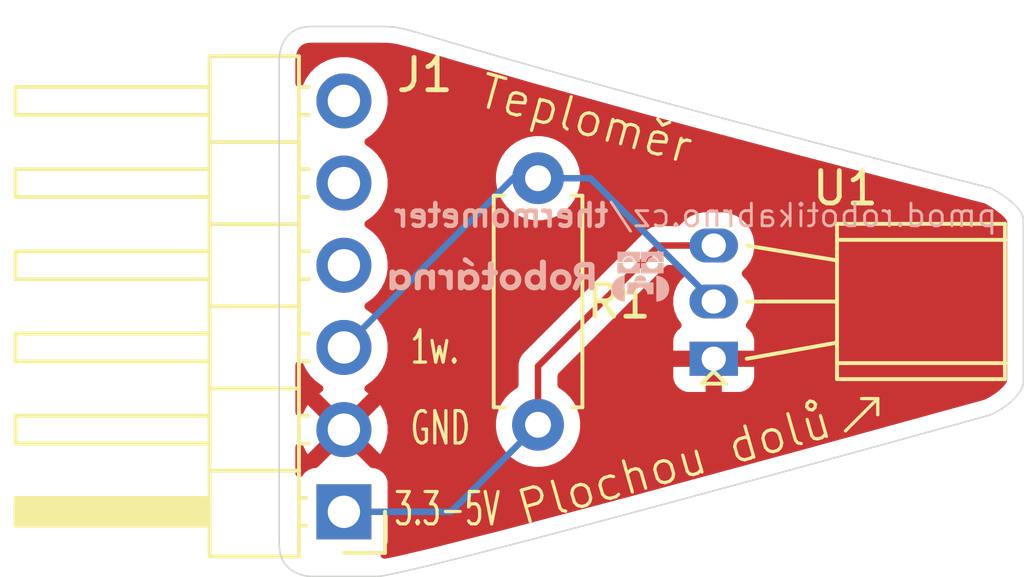
<source format=kicad_pcb>
(kicad_pcb (version 20241229) (generator "pcbnew") (generator_version "9.0")
  (layers (0 "F.Cu" signal) (2 "B.Cu" signal) (13 "F.Paste" user) (15 "B.Paste" user) (5 "F.SilkS" user "F.Silkscreen") (7 "B.SilkS" user "B.Silkscreen") (1 "F.Mask" user) (3 "B.Mask" user) (25 "Edge.Cuts" user))
  (net 0 "")
  (net 1 "VDD")
  (net 2 "GND")
  (net 3 "1wire")
  (footprint "Connector_PinHeader_2.54mm:PinHeader_1x06_P2.54mm_Horizontal" (layer "F.Cu") (at 140.5 116.5 180)
    (property "Reference" "J1")
    (property "Value" "Conn_01x06_Pin")
  )
  (footprint "Package_TO_SOT_THT:TO-92_Inline_W4.0mm_Horizontal_FlatSideDown" (layer "F.Cu") (at 151.93 111.27 90)
    (property "Reference" "U1")
    (property "Value" "DS18B20")
  )
  (footprint "Resistor_THT:R_Axial_DIN0207_L6.3mm_D2.5mm_P7.62mm_Horizontal" (layer "F.Cu") (at 146.5 113.81 90)
    (property "Reference" "R1")
    (property "Value" "4.7kR")
  )
  (gr_line (start 157 113) (end 156.5 113) (stroke (width 0.1)) (layer "F.SilkS"))
  (gr_line (start 157 113) (end 156 114) (stroke (width 0.1)) (layer "F.SilkS"))
  (gr_line (start 157 113) (end 157 113.5) (stroke (width 0.1)) (layer "F.SilkS"))
  (gr_poly (pts (xy 146.643114 108.703486) (xy 146.638262 108.703771) (xy 146.633526 108.704247) (xy 146.628905 108.704912) (xy 146.6244 108.705768) (xy 146.62001 108.706813) (xy 146.615736 108.708049) (xy 146.611577 108.709475) (xy 146.607534 108.711091) (xy 146.603606 108.712897) (xy 146.599794 108.714894) (xy 146.596097 108.71708) (xy 146.592516 108.719457) (xy 146.58905 108.722023) (xy 146.5857 108.72478) (xy 146.582465 108.727727) (xy 146.57939 108.730817) (xy 146.576514 108.733998) (xy 146.573836 108.737269) (xy 146.571356 108.740631) (xy 146.569075 108.744083) (xy 146.566992 108.747626) (xy 146.565107 108.75126) (xy 146.563421 108.754985) (xy 146.561933 108.758801) (xy 146.560644 108.762708) (xy 146.559553 108.766705) (xy 146.55866 108.770794) (xy 146.557966 108.774975) (xy 146.55747 108.779246) (xy 146.557172 108.783609) (xy 146.557073 108.788063) (xy 146.557073 109.065343) (xy 146.548002 109.057397) (xy 146.538782 109.049964) (xy 146.529413 109.043044) (xy 146.519896 109.036636) (xy 146.510231 109.030741) (xy 146.500416 109.025358) (xy 146.490453 109.020488) (xy 146.480341 109.016131) (xy 146.47008 109.012286) (xy 146.45967 109.008954) (xy 146.449111 109.006135) (xy 146.438403 109.003828) (xy 146.427546 109.002034) (xy 146.41654 109.000752) (xy 146.405385 108.999983) (xy 146.394081 108.999727) (xy 146.376839 109.00007) (xy 146.360036 109.0011) (xy 146.34367 109.002815) (xy 146.327742 109.005217) (xy 146.312253 109.008305) (xy 146.297201 109.01208) (xy 146.282587 109.01654) (xy 146.268411 109.021687) (xy 146.254673 109.02752) (xy 146.241374 109.03404) (xy 146.228513 109.041245) (xy 146.21609 109.049137) (xy 146.204106 109.057715) (xy 146.19256 109.06698) (xy 146.181453 109.07693) (xy 146.170785 109.087567) (xy 146.160659 109.098791) (xy 146.151187 109.110503) (xy 146.142368 109.122703) (xy 146.134203 109.13539) (xy 146.12669 109.148566) (xy 146.119831 109.162229) (xy 146.113625 109.17638) (xy 146.108073 109.191019) (xy 146.103173 109.206146) (xy 146.098927 109.221761) (xy 146.095334 109.237864) (xy 146.092395 109.254454) (xy 146.090108 109.271532) (xy 146.088475 109.289099) (xy 146.087495 109.307153) (xy 146.087169 109.325695) (xy 146.087499 109.344243) (xy 146.088492 109.362319) (xy 146.090145 109.379925) (xy 146.092461 109.397059) (xy 146.095437 109.413723) (xy 146.099076 109.429915) (xy 146.103375 109.445637) (xy 146.108337 109.460887) (xy 146.113959 109.475667) (xy 146.120244 109.489975) (xy 146.127189 109.503813) (xy 146.134797 109.517179) (xy 146.143065 109.530075) (xy 146.151996 109.542499) (xy 146.161587 109.554453) (xy 146.171841 109.565935) (xy 146.182656 109.576828) (xy 146.193934 109.587018) (xy 146.205675 109.596505) (xy 146.217879 109.605289) (xy 146.230545 109.613371) (xy 146.243675 109.62075) (xy 146.257267 109.627426) (xy 146.271323 109.633399) (xy 146.285841 109.63867) (xy 146.300822 109.643238) (xy 146.316266 109.647103) (xy 146.332173 109.650265) (xy 146.348543 109.652725) (xy 146.365377 109.654482) (xy 146.382673 109.655536) (xy 146.400432 109.655887) (xy 146.400433 109.655887) (xy 146.412224 109.655656) (xy 146.423784 109.654961) (xy 146.435111 109.653803) (xy 146.446207 109.652182) (xy 146.457072 109.650098) (xy 146.467704 109.647552) (xy 146.478105 109.644542) (xy 146.488275 109.641069) (xy 146.498213 109.637133) (xy 146.507919 109.632735) (xy 146.517394 109.627873) (xy 146.526638 109.622549) (xy 146.53565 109.616762) (xy 146.54443 109.610512) (xy 146.552979 109.603799) (xy 146.561297 109.596623) (xy 146.562536 109.600269) (xy 146.563869 109.603799) (xy 146.565298 109.607213) (xy 146.566822 109.610512) (xy 146.56844 109.613694) (xy 146.570154 109.616762) (xy 146.571963 109.619713) (xy 146.573867 109.622549) (xy 146.575866 109.625269) (xy 146.57796 109.627873) (xy 146.580149 109.630362) (xy 146.582434 109.632735) (xy 146.584813 109.634992) (xy 146.587287 109.637133) (xy 146.589857 109.639159) (xy 146.592521 109.641069) (xy 146.595281 109.642863) (xy 146.598135 109.644542) (xy 146.601085 109.646105) (xy 146.60413 109.647552) (xy 146.607269 109.648883) (xy 146.610504 109.650098) (xy 146.613834 109.651198) (xy 146.617259 109.652182) (xy 146.620779 109.653051) (xy 146.624394 109.653803) (xy 146.628104 109.65444) (xy 146.63191 109.654961) (xy 146.63581 109.655366) (xy 146.639805 109.655656) (xy 146.648081 109.655887) (xy 146.653059 109.655796) (xy 146.657938 109.655523) (xy 146.662718 109.655069) (xy 146.667398 109.654432) (xy 146.67198 109.653614) (xy 146.676461 109.652613) (xy 146.680844 109.651431) (xy 146.685127 109.650067) (xy 146.689311 109.648521) (xy 146.693396 109.646793) (xy 146.697382 109.644884) (xy 146.701269 109.642792) (xy 146.705057 109.640519) (xy 146.708745 109.638063) (xy 146.712335 109.635426) (xy 146.715825 109.632607) (xy 146.719156 109.629647) (xy 146.722272 109.626588) (xy 146.725172 109.62343) (xy 146.727858 109.620172) (xy 146.730329 109.616815) (xy 146.732585 109.613359) (xy 146.734627 109.609804) (xy 146.736453 109.606149) (xy 146.738065 109.602395) (xy 146.739461 109.598542) (xy 146.740643 109.59459) (xy 146.74161 109.590539) (xy 146.742362 109.586389) (xy 146.7429 109.582139) (xy 146.743222 109.577791) (xy 146.743329 109.573343) (xy 146.743329 109.325695) (xy 146.557073 109.325695) (xy 146.55692 109.334074) (xy 146.556461 109.34228) (xy 146.555696 109.350312) (xy 146.554625 109.35817) (xy 146.553248 109.365855) (xy 146.551565 109.373366) (xy 146.549576 109.380703) (xy 146.547281 109.387867) (xy 146.54468 109.394857) (xy 146.541773 109.401674) (xy 146.53856 109.408317) (xy 146.535041 109.414786) (xy 146.531216 109.421082) (xy 146.527085 109.427204) (xy 146.522648 109.433152) (xy 146.517905 109.438927) (xy 146.512917 109.444437) (xy 146.507738 109.449592) (xy 146.502369 109.454391) (xy 146.496809 109.458835) (xy 146.491059 109.462923) (xy 146.485119 109.466656) (xy 146.478988 109.470033) (xy 146.472667 109.473055) (xy 146.466156 109.475721) (xy 146.459454 109.478032) (xy 146.452562 109.479987) (xy 146.44548 109.481587) (xy 146.438207 109.482831) (xy 146.430745 109.48372) (xy 146.423092 109.484253) (xy 146.415249 109.484431) (xy 146.40715 109.484253) (xy 146.399258 109.48372) (xy 146.391573 109.482831) (xy 146.384094 109.481587) (xy 146.376822 109.479987) (xy 146.369757 109.478032) (xy 146.362899 109.475721) (xy 146.356247 109.473055) (xy 146.349802 109.470033) (xy 146.343564 109.466656) (xy 146.337533 109.462923) (xy 146.331709 109.458835) (xy 146.326092 109.454391) (xy 146.320681 109.449592) (xy 146.315478 109.444437) (xy 146.310481 109.438927) (xy 146.305738 109.433152) (xy 146.301301 109.427204) (xy 146.29717 109.421082) (xy 146.293345 109.414786) (xy 146.289826 109.408317) (xy 146.286613 109.401674) (xy 146.283706 109.394857) (xy 146.281105 109.387867) (xy 146.27881 109.380703) (xy 146.276821 109.373366) (xy 146.275138 109.365855) (xy 146.273761 109.35817) (xy 146.27269 109.350312) (xy 146.271925 109.34228) (xy 146.271466 109.334074) (xy 146.271313 109.325695) (xy 146.271466 109.31707) (xy 146.271925 109.308659) (xy 146.27269 109.300464) (xy 146.273761 109.292485) (xy 146.275138 109.28472) (xy 146.276821 109.277171) (xy 146.27881 109.269836) (xy 146.281105 109.262717) (xy 146.283706 109.255813) (xy 146.286613 109.249124) (xy 146.289826 109.242649) (xy 146.293345 109.23639) (xy 146.29717 109.230346) (xy 146.301301 109.224517) (xy 146.305738 109.218902) (xy 146.310481 109.213503) (xy 146.315478 109.208376) (xy 146.320681 109.20358) (xy 146.326092 109.199115) (xy 146.331709 109.194981) (xy 146.337533 109.191177) (xy 146.343564 109.187704) (xy 146.349802 109.184562) (xy 146.356247 109.181751) (xy 146.362899 109.17927) (xy 146.369757 109.17712) (xy 146.376822 109.175301) (xy 146.384094 109.173813) (xy 146.391573 109.172655) (xy 146.399258 109.171828) (xy 146.40715 109.171332) (xy 146.415249 109.171167) (xy 146.423092 109.171332) (xy 146.430745 109.171828) (xy 146.438207 109.172655) (xy 146.44548 109.173813) (xy 146.452562 109.175301) (xy 146.459454 109.17712) (xy 146.466156 109.17927) (xy 146.472667 109.181751) (xy 146.478988 109.184562) (xy 146.485119 109.187704) (xy 146.491059 109.191177) (xy 146.496809 109.194981) (xy 146.502369 109.199115) (xy 146.507738 109.20358) (xy 146.512917 109.208376) (xy 146.517905 109.213503) (xy 146.522648 109.218902) (xy 146.527085 109.224517) (xy 146.531216 109.230346) (xy 146.535041 109.23639) (xy 146.53856 109.242649) (xy 146.541773 109.249124) (xy 146.54468 109.255813) (xy 146.547281 109.262717) (xy 146.549576 109.269836) (xy 146.551565 109.277171) (xy 146.553248 109.28472) (xy 146.554625 109.292485) (xy 146.555696 109.300464) (xy 146.556461 109.308659) (xy 146.55692 109.31707) (xy 146.557073 109.325695) (xy 146.743329 109.325695) (xy 146.743329 108.785935) (xy 146.743226 108.781739) (xy 146.742916 108.777618) (xy 146.742399 108.773572) (xy 146.741676 108.7696) (xy 146.740746 108.765702) (xy 146.73961 108.761879) (xy 146.738267 108.75813) (xy 146.736717 108.754455) (xy 146.734961 108.750855) (xy 146.732998 108.747329) (xy 146.730828 108.743877) (xy 146.728452 108.740499) (xy 146.725869 108.737195) (xy 146.72308 108.733965) (xy 146.720084 108.730809) (xy 146.716881 108.727727) (xy 146.71351 108.72478) (xy 146.710016 108.722023) (xy 146.706397 108.719457) (xy 146.702655 108.71708) (xy 146.698789 108.714894) (xy 146.694799 108.712897) (xy 146.690685 108.711091) (xy 146.686447 108.709475) (xy 146.682085 108.708049) (xy 146.6776 108.706813) (xy 146.67299 108.705768) (xy 146.668256 108.704912) (xy 146.663399 108.704247) (xy 146.658417 108.703771) (xy 146.653311 108.703486) (xy 146.648081 108.703391)) (fill yes) (layer "B.SilkS"))
  (gr_poly (pts (xy 149.680561 108.781423) (xy 149.847441 108.781423) (xy 149.84768 108.772079) (xy 149.848389 108.762857) (xy 149.849556 108.753769) (xy 149.85117 108.744827) (xy 149.85322 108.736042) (xy 149.855693 108.727425) (xy 149.858579 108.718988) (xy 149.861865 108.710741) (xy 149.865541 108.702698) (xy 149.869595 108.694868) (xy 149.874014 108.687264) (xy 149.878789 108.679897) (xy 149.883907 108.672778) (xy 149.889356 108.665918) (xy 149.895125 108.659329) (xy 149.901203 108.653023) (xy 149.907578 108.647011) (xy 149.914239 108.641303) (xy 149.921173 108.635913) (xy 149.92837 108.63085) (xy 149.935818 108.626127) (xy 149.943505 108.621755) (xy 149.95142 108.617745) (xy 149.959552 108.614108) (xy 149.967888 108.610857) (xy 149.976418 108.608002) (xy 149.985129 108.605556) (xy 149.994011 108.603528) (xy 150.003051 108.601931) (xy 150.012239 108.600776) (xy 150.021562 108.600075) (xy 150.031009 108.599839) (xy 150.040456 108.600075) (xy 150.04978 108.600776) (xy 150.058967 108.601931) (xy 150.068008 108.603528) (xy 150.07689 108.605556) (xy 150.085602 108.608002) (xy 150.094132 108.610857) (xy 150.102469 108.614108) (xy 150.110601 108.617745) (xy 150.118517 108.621755) (xy 150.126205 108.626127) (xy 150.133653 108.63085) (xy 150.140851 108.635913) (xy 150.147786 108.641303) (xy 150.154447 108.647011) (xy 150.160823 108.653023) (xy 150.166902 108.659329) (xy 150.172672 108.665918) (xy 150.178122 108.672778) (xy 150.18324 108.679897) (xy 150.188015 108.687264) (xy 150.192436 108.694868) (xy 150.19649 108.702698) (xy 150.200166 108.710741) (xy 150.203453 108.718988) (xy 150.20634 108.727425) (xy 150.208813 108.736042) (xy 150.210863 108.744827) (xy 150.212478 108.753769) (xy 150.213645 108.762857) (xy 150.214354 108.772079) (xy 150.214593 108.781423) (xy 150.381457 108.781423) (xy 150.381457 108.459007) (xy 149.680561 108.459007)) (fill yes) (layer "B.SilkS"))
  (gr_poly (pts (xy 149.48501 108.819583) (xy 149.484301 108.828805) (xy 149.483134 108.837893) (xy 149.481519 108.846836) (xy 149.479469 108.855621) (xy 149.476996 108.864239) (xy 149.474109 108.872676) (xy 149.470822 108.880923) (xy 149.467146 108.888967) (xy 149.463092 108.896797) (xy 149.458671 108.904402) (xy 149.453896 108.91177) (xy 149.448778 108.91889) (xy 149.443328 108.925751) (xy 149.437558 108.93234) (xy 149.431479 108.938647) (xy 149.425103 108.94466) (xy 149.418442 108.950368) (xy 149.411507 108.955759) (xy 149.404309 108.960823) (xy 149.396861 108.965547) (xy 149.389173 108.969919) (xy 149.381257 108.97393) (xy 149.373125 108.977567) (xy 149.364788 108.980819) (xy 149.356258 108.983674) (xy 149.347546 108.986121) (xy 149.338664 108.988149) (xy 149.329623 108.989746) (xy 149.320436 108.990901) (xy 149.311112 108.991603) (xy 149.301665 108.991839) (xy 149.292219 108.991603) (xy 149.282897 108.990901) (xy 149.273711 108.989746) (xy 149.264671 108.988149) (xy 149.255791 108.986121) (xy 149.24708 108.983674) (xy 149.238551 108.980819) (xy 149.230215 108.977567) (xy 149.222083 108.97393) (xy 149.214168 108.969919) (xy 149.206481 108.965547) (xy 149.199033 108.960823) (xy 149.191836 108.955759) (xy 149.184901 108.950368) (xy 149.17824 108.94466) (xy 149.171865 108.938647) (xy 149.165787 108.93234) (xy 149.160017 108.925751) (xy 149.154567 108.91889) (xy 149.149449 108.91177) (xy 149.144674 108.904402) (xy 149.140254 108.896797) (xy 149.1362 108.888967) (xy 149.132524 108.880923) (xy 149.129237 108.872676) (xy 149.12635 108.864239) (xy 149.123877 108.855621) (xy 149.121827 108.846836) (xy 149.120212 108.837893) (xy 149.119045 108.828805) (xy 149.118336 108.819584) (xy 149.118097 108.810239) (xy 148.951233 108.810239) (xy 148.951233 109.132655) (xy 149.652113 109.132655) (xy 149.652113 108.810239) (xy 149.485249 108.810239)) (fill yes) (layer "B.SilkS"))
  (gr_poly (pts (xy 150.214354 108.819583) (xy 150.213645 108.828805) (xy 150.212478 108.837893) (xy 150.210863 108.846836) (xy 150.208813 108.855621) (xy 150.20634 108.864239) (xy 150.203453 108.872676) (xy 150.200166 108.880923) (xy 150.19649 108.888967) (xy 150.192436 108.896797) (xy 150.188015 108.904402) (xy 150.18324 108.91177) (xy 150.178122 108.91889) (xy 150.172672 108.925751) (xy 150.166902 108.93234) (xy 150.160823 108.938647) (xy 150.154447 108.94466) (xy 150.147786 108.950368) (xy 150.140851 108.955759) (xy 150.133653 108.960823) (xy 150.126205 108.965547) (xy 150.118517 108.969919) (xy 150.110601 108.97393) (xy 150.102469 108.977567) (xy 150.094132 108.980819) (xy 150.085602 108.983674) (xy 150.07689 108.986121) (xy 150.068008 108.988149) (xy 150.058967 108.989746) (xy 150.04978 108.990901) (xy 150.040456 108.991603) (xy 150.031009 108.991839) (xy 150.021562 108.991603) (xy 150.012239 108.990901) (xy 150.003051 108.989746) (xy 149.994011 108.988149) (xy 149.985129 108.986121) (xy 149.976418 108.983674) (xy 149.967888 108.980819) (xy 149.959552 108.977567) (xy 149.95142 108.97393) (xy 149.943505 108.969919) (xy 149.935818 108.965547) (xy 149.92837 108.960823) (xy 149.921173 108.955759) (xy 149.914239 108.950368) (xy 149.907578 108.94466) (xy 149.901203 108.938647) (xy 149.895125 108.93234) (xy 149.889356 108.925751) (xy 149.883907 108.91889) (xy 149.878789 108.91177) (xy 149.874014 108.904402) (xy 149.869595 108.896797) (xy 149.865541 108.888967) (xy 149.861865 108.880923) (xy 149.858579 108.872676) (xy 149.855693 108.864239) (xy 149.85322 108.855621) (xy 149.85117 108.846836) (xy 149.849556 108.837893) (xy 149.848389 108.828805) (xy 149.84768 108.819584) (xy 149.847441 108.810239) (xy 149.680561 108.810239) (xy 149.680561 109.132655) (xy 150.381457 109.132655) (xy 150.381457 108.810239) (xy 150.214593 108.810239)) (fill yes) (layer "B.SilkS"))
  (gr_poly (pts (xy 145.635327 108.999888) (xy 145.623898 109.000372) (xy 145.612608 109.001178) (xy 145.601459 109.002307) (xy 145.590451 109.003758) (xy 145.579582 109.005531) (xy 145.568855 109.007627) (xy 145.558267 109.010045) (xy 145.54782 109.012785) (xy 145.537514 109.015848) (xy 145.527347 109.019233) (xy 145.517322 109.02294) (xy 145.507437 109.02697) (xy 145.497692 109.031321) (xy 145.488089 109.035995) (xy 145.478625 109.040991) (xy 145.469352 109.046275) (xy 145.460319 109.051807) (xy 145.451526 109.057587) (xy 145.442973 109.063614) (xy 145.43466 109.06989) (xy 145.426586 109.076414) (xy 145.418753 109.083185) (xy 145.411159 109.090205) (xy 145.403806 109.097473) (xy 145.396692 109.104989) (xy 145.389817 109.112753) (xy 145.383183 109.120765) (xy 145.376788 109.129025) (xy 145.370633 109.137534) (xy 145.364717 109.14629) (xy 145.359042 109.155295) (xy 145.353659 109.164519) (xy 145.348624 109.173933) (xy 145.343936 109.183538) (xy 145.339596 109.193332) (xy 145.335602 109.203317) (xy 145.331956 109.213491) (xy 145.328657 109.223856) (xy 145.325705 109.234411) (xy 145.323101 109.245156) (xy 145.320844 109.256091) (xy 145.318934 109.267217) (xy 145.317371 109.278532) (xy 145.316156 109.290038) (xy 145.315288 109.301733) (xy 145.314767 109.313619) (xy 145.314593 109.325695) (xy 145.314767 109.337521) (xy 145.315288 109.34919) (xy 145.316156 109.360702) (xy 145.317371 109.372057) (xy 145.318934 109.383255) (xy 145.320844 109.394297) (xy 145.323101 109.405181) (xy 145.325705 109.415909) (xy 145.328657 109.42648) (xy 145.331956 109.436894) (xy 145.335602 109.44715) (xy 145.339596 109.45725) (xy 145.343936 109.467193) (xy 145.348624 109.476979) (xy 145.353659 109.486607) (xy 145.359042 109.496079) (xy 145.364717 109.505344) (xy 145.370633 109.514352) (xy 145.376788 109.523104) (xy 145.383183 109.531599) (xy 145.389817 109.539838) (xy 145.396692 109.547821) (xy 145.403806 109.555547) (xy 145.411159 109.563017) (xy 145.418753 109.570231) (xy 145.426586 109.577188) (xy 145.43466 109.583889) (xy 145.442973 109.590334) (xy 145.451526 109.596522) (xy 145.460319 109.602455) (xy 145.469352 109.608131) (xy 145.478625 109.613551) (xy 145.488089 109.618678) (xy 145.497693 109.623474) (xy 145.507437 109.627939) (xy 145.517322 109.632073) (xy 145.527348 109.635877) (xy 145.537514 109.63935) (xy 145.54782 109.642492) (xy 145.558267 109.645303) (xy 145.568855 109.647784) (xy 145.579583 109.649934) (xy 145.590451 109.651753) (xy 145.60146 109.653241) (xy 145.612609 109.654399) (xy 145.623898 109.655226) (xy 145.635327 109.655722) (xy 145.646897 109.655887) (xy 145.658218 109.655722) (xy 145.669423 109.655226) (xy 145.680511 109.654399) (xy 145.691484 109.653241) (xy 145.70234 109.651753) (xy 145.71308 109.649934) (xy 145.723705 109.647784) (xy 145.734213 109.645303) (xy 145.744606 109.642492) (xy 145.754882 109.63935) (xy 145.765043 109.635877) (xy 145.775089 109.632073) (xy 145.785018 109.627939) (xy 145.794832 109.623474) (xy 145.80453 109.618678) (xy 145.814113 109.613551) (xy 145.823518 109.608131) (xy 145.832684 109.602455) (xy 145.84161 109.596522) (xy 145.850296 109.590334) (xy 145.858742 109.583889) (xy 145.866949 109.577188) (xy 145.874916 109.570231) (xy 145.882643 109.563017) (xy 145.890131 109.555547) (xy 145.897378 109.547821) (xy 145.904386 109.539838) (xy 145.911154 109.531599) (xy 145.917681 109.523104) (xy 145.923969 109.514352) (xy 145.930017 109.505344) (xy 145.935825 109.496079) (xy 145.941336 109.486607) (xy 145.94649 109.476979) (xy 145.95129 109.467193) (xy 145.955733 109.45725) (xy 145.959822 109.44715) (xy 145.963554 109.436894) (xy 145.966931 109.42648) (xy 145.969953 109.415909) (xy 145.972619 109.405181) (xy 145.97493 109.394297) (xy 145.976885 109.383255) (xy 145.978485 109.372057) (xy 145.979729 109.360702) (xy 145.980618 109.34919) (xy 145.981151 109.337521) (xy 145.981329 109.325695) (xy 145.797185 109.325695) (xy 145.797016 109.334074) (xy 145.796507 109.34228) (xy 145.79566 109.350312) (xy 145.794473 109.35817) (xy 145.792948 109.365855) (xy 145.791083 109.373366) (xy 145.78888 109.380703) (xy 145.786337 109.387867) (xy 145.783456 109.394857) (xy 145.780235 109.401674) (xy 145.776676 109.408317) (xy 145.772777 109.414786) (xy 145.76854 109.421082) (xy 145.763963 109.427204) (xy 145.759048 109.433152) (xy 145.753793 109.438927) (xy 145.748291 109.444437) (xy 145.742631 109.449592) (xy 145.736814 109.454391) (xy 145.73084 109.458835) (xy 145.724709 109.462923) (xy 145.718421 109.466656) (xy 145.711976 109.470033) (xy 145.705373 109.473055) (xy 145.698614 109.475721) (xy 145.691697 109.478032) (xy 145.684623 109.479987) (xy 145.677392 109.481587) (xy 145.670004 109.482831) (xy 145.662459 109.48372) (xy 145.654757 109.484253) (xy 145.646897 109.484431) (xy 145.63879 109.484253) (xy 145.630873 109.48372) (xy 145.623147 109.482831) (xy 145.61561 109.481587) (xy 145.608264 109.479987) (xy 145.601108 109.478032) (xy 145.594142 109.475721) (xy 145.587367 109.473055) (xy 145.580782 109.470033) (xy 145.574387 109.466656) (xy 145.568183 109.462923) (xy 145.562169 109.458835) (xy 145.556345 109.454391) (xy 145.550712 109.449592) (xy 145.545269 109.444437) (xy 145.540017 109.438927) (xy 145.535018 109.433152) (xy 145.530342 109.427204) (xy 145.525988 109.421082) (xy 145.521957 109.414786) (xy 145.518248 109.408317) (xy 145.514862 109.401674) (xy 145.511798 109.394857) (xy 145.509057 109.387867) (xy 145.506638 109.380703) (xy 145.504542 109.373366) (xy 145.502768 109.365855) (xy 145.501317 109.35817) (xy 145.500188 109.350312) (xy 145.499382 109.34228) (xy 145.498898 109.334074) (xy 145.498737 109.325695) (xy 145.498898 109.31707) (xy 145.499382 109.308659) (xy 145.500188 109.300464) (xy 145.501317 109.292485) (xy 145.502768 109.28472) (xy 145.504542 109.277171) (xy 145.506638 109.269836) (xy 145.509057 109.262717) (xy 145.511798 109.255813) (xy 145.514862 109.249124) (xy 145.518248 109.242649) (xy 145.521957 109.23639) (xy 145.525988 109.230346) (xy 145.530342 109.224517) (xy 145.535018 109.218902) (xy 145.540017 109.213503) (xy 145.545269 109.208376) (xy 145.550712 109.20358) (xy 145.556345 109.199115) (xy 145.562169 109.194981) (xy 145.568183 109.191177) (xy 145.574387 109.187704) (xy 145.580782 109.184562) (xy 145.587367 109.181751) (xy 145.594142 109.17927) (xy 145.601108 109.17712) (xy 145.608264 109.175301) (xy 145.61561 109.173813) (xy 145.623147 109.172655) (xy 145.630873 109.171828) (xy 145.63879 109.171332) (xy 145.646897 109.171167) (xy 145.654757 109.171332) (xy 145.662459 109.171828) (xy 145.670004 109.172655) (xy 145.677392 109.173813) (xy 145.684623 109.175301) (xy 145.691697 109.17712) (xy 145.698614 109.17927) (xy 145.705373 109.181751) (xy 145.711976 109.184562) (xy 145.718421 109.187704) (xy 145.724709 109.191177) (xy 145.73084 109.194981) (xy 145.736814 109.199115) (xy 145.742631 109.20358) (xy 145.748291 109.208376) (xy 145.753793 109.213503) (xy 145.759048 109.218902) (xy 145.763963 109.224517) (xy 145.76854 109.230346) (xy 145.772777 109.23639) (xy 145.776676 109.242649) (xy 145.780235 109.249124) (xy 145.783456 109.255813) (xy 145.786337 109.262717) (xy 145.78888 109.269836) (xy 145.791083 109.277171) (xy 145.792948 109.28472) (xy 145.794473 109.292485) (xy 145.79566 109.300464) (xy 145.796507 109.308659) (xy 145.797016 109.31707) (xy 145.797185 109.325695) (xy 145.981329 109.325695) (xy 145.981151 109.313619) (xy 145.980618 109.301733) (xy 145.979729 109.290038) (xy 145.978485 109.278532) (xy 145.976885 109.267217) (xy 145.97493 109.256091) (xy 145.972619 109.245156) (xy 145.969953 109.234411) (xy 145.966931 109.223856) (xy 145.963554 109.213491) (xy 145.959822 109.203317) (xy 145.955733 109.193332) (xy 145.95129 109.183538) (xy 145.94649 109.173933) (xy 145.941336 109.164519) (xy 145.935825 109.155295) (xy 145.930017 109.14629) (xy 145.923969 109.137534) (xy 145.917681 109.129025) (xy 145.911154 109.120765) (xy 145.904386 109.112753) (xy 145.897378 109.104989) (xy 145.890131 109.097473) (xy 145.882643 109.090205) (xy 145.874916 109.083185) (xy 145.866949 109.076414) (xy 145.858742 109.06989) (xy 145.850296 109.063614) (xy 145.84161 109.057587) (xy 145.832684 109.051807) (xy 145.823518 109.046275) (xy 145.814113 109.040991) (xy 145.80453 109.035995) (xy 145.794832 109.031321) (xy 145.785018 109.02697) (xy 145.775089 109.02294) (xy 145.765043 109.019233) (xy 145.754882 109.015848) (xy 145.744606 109.012785) (xy 145.734213 109.010045) (xy 145.723705 109.007627) (xy 145.71308 109.005531) (xy 145.70234 109.003758) (xy 145.691484 109.002307) (xy 145.680511 109.001178) (xy 145.669423 109.000372) (xy 145.658218 108.999888) (xy 145.646897 108.999727)) (fill yes) (layer "B.SilkS"))
  (gr_poly (pts (xy 142.941965 109) (xy 142.927669 109.000818) (xy 142.91372 109.002182) (xy 142.900119 109.004092) (xy 142.886865 109.006547) (xy 142.873958 109.009548) (xy 142.861399 109.013095) (xy 142.849187 109.017187) (xy 142.837322 109.021825) (xy 142.825805 109.027008) (xy 142.814636 109.032737) (xy 142.803814 109.039012) (xy 142.793339 109.045832) (xy 142.783212 109.053198) (xy 142.773433 109.06111) (xy 142.764001 109.069567) (xy 142.75503 109.078622) (xy 142.746637 109.088322) (xy 142.738824 109.098667) (xy 142.731589 109.109656) (xy 142.724933 109.12129) (xy 142.718857 109.133569) (xy 142.713359 109.146493) (xy 142.708439 109.160061) (xy 142.704099 109.174274) (xy 142.700338 109.189132) (xy 142.697155 109.204635) (xy 142.694551 109.220783) (xy 142.692526 109.237575) (xy 142.691079 109.255013) (xy 142.690211 109.273096) (xy 142.689922 109.291823) (xy 142.689922 109.577567) (xy 142.690025 109.581755) (xy 142.690335 109.585852) (xy 142.690851 109.589858) (xy 142.691575 109.593773) (xy 142.692504 109.597597) (xy 142.693641 109.601331) (xy 142.694984 109.604973) (xy 142.696533 109.608525) (xy 142.69829 109.611986) (xy 142.700252 109.615356) (xy 142.702422 109.618635) (xy 142.704798 109.621822) (xy 142.707381 109.624919) (xy 142.71017 109.627925) (xy 142.713166 109.63084) (xy 142.716369 109.633663) (xy 142.719731 109.636354) (xy 142.723201 109.638872) (xy 142.726778 109.641216) (xy 142.730463 109.643386) (xy 142.734254 109.645383) (xy 142.738153 109.647206) (xy 142.742159 109.648855) (xy 142.746273 109.650331) (xy 142.750494 109.651633) (xy 142.754822 109.652762) (xy 142.759257 109.653717) (xy 142.763799 109.654498) (xy 142.768449 109.655106) (xy 142.773206 109.65554) (xy 142.77807 109.6558) (xy 142.783041 109.655887) (xy 142.788015 109.655796) (xy 142.792882 109.655523) (xy 142.797641 109.655068) (xy 142.802292 109.654432) (xy 142.806835 109.653613) (xy 142.811272 109.652613) (xy 142.8156 109.651431) (xy 142.819821 109.650067) (xy 142.823934 109.648521) (xy 142.82794 109.646793) (xy 142.831838 109.644883) (xy 142.835628 109.642792) (xy 142.839311 109.640518) (xy 142.842886 109.638063) (xy 142.846353 109.635426) (xy 142.849713 109.632607) (xy 142.852918 109.629647) (xy 142.855917 109.626588) (xy 142.858708 109.62343) (xy 142.861293 109.620172) (xy 142.863671 109.616815) (xy 142.865842 109.613359) (xy 142.867806 109.609804) (xy 142.869563 109.606149) (xy 142.871113 109.602395) (xy 142.872457 109.598542) (xy 142.873594 109.59459) (xy 142.874524 109.590539) (xy 142.875247 109.586388) (xy 142.875764 109.582139) (xy 142.876074 109.57779) (xy 142.876177 109.573343) (xy 142.876177 109.315103) (xy 142.876314 109.305487) (xy 142.876723 109.296219) (xy 142.877406 109.287298) (xy 142.878361 109.278725) (xy 142.879589 109.270498) (xy 142.88109 109.262619) (xy 142.882864 109.255087) (xy 142.884911 109.247903) (xy 142.887231 109.241065) (xy 142.889823 109.234575) (xy 142.892688 109.228432) (xy 142.895826 109.222637) (xy 142.899237 109.217188) (xy 142.90292 109.212087) (xy 142.906876 109.207333) (xy 142.911105 109.202927) (xy 142.915532 109.198826) (xy 142.920083 109.19499) (xy 142.924758 109.191418) (xy 142.929558 109.18811) (xy 142.934481 109.185067) (xy 142.939529 109.182288) (xy 142.944701 109.179774) (xy 142.949997 109.177525) (xy 142.955417 109.17554) (xy 142.960961 109.17382) (xy 142.96663 109.172364) (xy 142.972422 109.171173) (xy 142.978339 109.170246) (xy 142.984379 109.169584) (xy 142.990544 109.169187) (xy 142.996833 109.169055) (xy 143.003378 109.169187) (xy 143.009782 109.169584) (xy 143.016045 109.170246) (xy 143.022168 109.171173) (xy 143.02815 109.172364) (xy 143.033992 109.17382) (xy 143.039693 109.17554) (xy 143.045253 109.177525) (xy 143.050673 109.179774) (xy 143.055952 109.182288) (xy 143.06109 109.185067) (xy 143.066088 109.18811) (xy 143.070945 109.191418) (xy 143.075662 109.19499) (xy 143.080238 109.198826) (xy 143.084673 109.202927) (xy 143.088935 109.207201) (xy 143.09299 109.211558) (xy 143.096838 109.215997) (xy 143.10048 109.220519) (xy 143.103915 109.225124) (xy 143.107144 109.229811) (xy 143.110166 109.23458) (xy 143.112981 109.239433) (xy 143.11559 109.244368) (xy 143.117992 109.249386) (xy 143.120187 109.254486) (xy 143.122176 109.25967) (xy 143.123958 109.264936) (xy 143.125534 109.270285) (xy 143.126903 109.275716) (xy 143.128065 109.281231) (xy 143.128065 109.564863) (xy 143.128168 109.569317) (xy 143.128478 109.57368) (xy 143.128995 109.577951) (xy 143.129718 109.582132) (xy 143.130648 109.586221) (xy 143.131784 109.590218) (xy 143.133127 109.594125) (xy 143.134677 109.597941) (xy 143.136433 109.601666) (xy 143.138396 109.6053) (xy 143.140566 109.608843) (xy 143.142942 109.612295) (xy 143.145525 109.615657) (xy 143.148314 109.618928) (xy 143.15131 109.622109) (xy 143.154513 109.625199) (xy 143.157867 109.628146) (xy 143.161312 109.630903) (xy 143.164848 109.633469) (xy 143.168475 109.635846) (xy 143.172192 109.638032) (xy 143.176 109.640029) (xy 143.179899 109.641835) (xy 143.183889 109.643451) (xy 143.187969 109.644877) (xy 143.19214 109.646113) (xy 143.196402 109.647158) (xy 143.200755 109.648014) (xy 143.205198 109.648679) (xy 143.209733 109.649155) (xy 143.214358 109.64944) (xy 143.219073 109.649535) (xy 143.224051 109.649444) (xy 143.22893 109.649171) (xy 143.23371 109.648717) (xy 143.23839 109.64808) (xy 143.242971 109.647262) (xy 143.247453 109.646261) (xy 143.251836 109.645079) (xy 143.256119 109.643715) (xy 143.260303 109.642169) (xy 143.264388 109.640441) (xy 143.268374 109.638532) (xy 143.272261 109.63644) (xy 143.276048 109.634167) (xy 143.279737 109.631711) (xy 143.283326 109.629074) (xy 143.286817 109.626255) (xy 143.290147 109.623295) (xy 143.293263 109.620236) (xy 143.296164 109.617078) (xy 143.29885 109.61382) (xy 143.301321 109.610463) (xy 143.303577 109.607007) (xy 143.305618 109.603452) (xy 143.307445 109.599797) (xy 143.309056 109.596043) (xy 143.310453 109.59219) (xy 143.311635 109.588238) (xy 143.312602 109.584187) (xy 143.313354 109.580036) (xy 143.313891 109.575787) (xy 143.314213 109.571439) (xy 143.31432 109.566991) (xy 143.31432 109.092863) (xy 143.314217 109.088665) (xy 143.313907 109.084541) (xy 143.313391 109.080492) (xy 143.312668 109.076519) (xy 143.311738 109.07262) (xy 143.310601 109.068795) (xy 143.309258 109.065046) (xy 143.307709 109.061371) (xy 143.305952 109.057771) (xy 143.30399 109.054245) (xy 143.30182 109.050794) (xy 143.299444 109.047418) (xy 143.296861 109.044115) (xy 143.294072 109.040888) (xy 143.291075 109.037734) (xy 143.287873 109.034655) (xy 143.284502 109.031705) (xy 143.281007 109.028946) (xy 143.277389 109.026377) (xy 143.273647 109.023999) (xy 143.269781 109.021811) (xy 143.265791 109.019813) (xy 143.261677 109.018006) (xy 143.257439 109.016389) (xy 143.253078 109.014962) (xy 143.248592 109.013726) (xy 143.243982 109.01268) (xy 143.239249 109.011824) (xy 143.234391 109.011159) (xy 143.229409 109.010683) (xy 143.224303 109.010398) (xy 143.219073 109.010303) (xy 143.214882 109.010373) (xy 143.210773 109.010584) (xy 143.206747 109.010936) (xy 143.202804 109.011428) (xy 143.198943 109.012061) (xy 143.195165 109.012834) (xy 143.19147 109.013748) (xy 143.187857 109.014803) (xy 143.184327 109.015998) (xy 143.180879 109.017334) (xy 143.177514 109.018811) (xy 143.174231 109.020428) (xy 143.17103 109.022186) (xy 143.167911 109.024084) (xy 143.164875 109.026123) (xy 143.161921 109.028303) (xy 143.159068 109.030587) (xy 143.156332 109.032946) (xy 143.153712 109.03538) (xy 143.151207 109.037888) (xy 143.148818 109.040471) (xy 143.146545 109.043128) (xy 143.144388 109.04586) (xy 143.142347 109.048667) (xy 143.140421 109.051548) (xy 143.13861 109.054504) (xy 143.136916 109.057535) (xy 143.135337 109.06064) (xy 143.133873 109.06382) (xy 143.132526 109.067074) (xy 143.131293 109.070403) (xy 143.130177 109.073807) (xy 143.122802 109.064836) (xy 143.114965 109.056443) (xy 143.106664 109.048629) (xy 143.0979 109.041395) (xy 143.088673 109.034739) (xy 143.078983 109.028662) (xy 143.068829 109.023164) (xy 143.058213 109.018245) (xy 143.047133 109.013905) (xy 143.035591 109.010143) (xy 143.023585 109.00696) (xy 143.011116 109.004356) (xy 142.998184 109.002331) (xy 142.984788 109.000884) (xy 142.97093 109.000016) (xy 142.956609 108.999727)) (fill yes) (layer "B.SilkS"))
  (gr_poly (pts (xy 150.024132 108.627195) (xy 150.016268 108.627796) (xy 150.008514 108.628782) (xy 150.00088 108.630145) (xy 149.993375 108.631875) (xy 149.98601 108.633963) (xy 149.978795 108.636397) (xy 149.971738 108.63917) (xy 149.964851 108.64227) (xy 149.958143 108.645689) (xy 149.951623 108.649416) (xy 149.945302 108.653442) (xy 149.939189 108.657758) (xy 149.933294 108.662352) (xy 149.927628 108.667217) (xy 149.922199 108.672341) (xy 149.917018 108.677716) (xy 149.912094 108.683331) (xy 149.907438 108.689177) (xy 149.903058 108.695244) (xy 149.898966 108.701522) (xy 149.89517 108.708003) (xy 149.891681 108.714675) (xy 149.888509 108.721529) (xy 149.885662 108.728556) (xy 149.883152 108.735746) (xy 149.880988 108.743089) (xy 149.879179 108.750575) (xy 149.877735 108.758195) (xy 149.876668 108.765939) (xy 149.875985 108.773797) (xy 149.875697 108.781759) (xy 150.185185 108.781679) (xy 150.185067 108.773717) (xy 150.184552 108.765859) (xy 150.18365 108.758116) (xy 150.182369 108.750496) (xy 150.18072 108.743011) (xy 150.178713 108.735669) (xy 150.176356 108.728481) (xy 150.17366 108.721455) (xy 150.170634 108.714602) (xy 150.167288 108.707932) (xy 150.163631 108.701453) (xy 150.159673 108.695177) (xy 150.155424 108.689112) (xy 150.150892 108.683268) (xy 150.146089 108.677655) (xy 150.141023 108.672283) (xy 150.135704 108.667161) (xy 150.130142 108.6623) (xy 150.124345 108.657708) (xy 150.118325 108.653396) (xy 150.11209 108.649373) (xy 150.105651 108.645649) (xy 150.099016 108.642234) (xy 150.092195 108.639137) (xy 150.085198 108.636368) (xy 150.078035 108.633937) (xy 150.070714 108.631854) (xy 150.063247 108.630128) (xy 150.055642 108.628769) (xy 150.047909 108.627787) (xy 150.040057 108.627191) (xy 150.032097 108.626991)) (fill yes) (layer "B.SilkS"))
  (gr_poly (pts (xy 149.656137 109.189234) (xy 149.649316 109.189657) (xy 149.642508 109.190338) (xy 149.63572 109.191275) (xy 149.628961 109.192466) (xy 149.622239 109.193909) (xy 149.615562 109.195601) (xy 149.60894 109.19754) (xy 149.602379 109.199724) (xy 149.595889 109.202151) (xy 149.589478 109.204817) (xy 149.583154 109.207722) (xy 149.576925 109.210863) (xy 149.5708 109.214237) (xy 149.564787 109.217842) (xy 149.558895 109.221677) (xy 149.553131 109.225738) (xy 149.547505 109.230024) (xy 149.542024 109.234533) (xy 149.536696 109.239261) (xy 149.531531 109.244207) (xy 149.526536 109.249369) (xy 149.52172 109.254744) (xy 149.517091 109.260331) (xy 149.512658 109.266126) (xy 149.508428 109.272128) (xy 149.50441 109.278334) (xy 149.500612 109.284742) (xy 149.497044 109.29135) (xy 149.493712 109.298156) (xy 149.490626 109.305157) (xy 149.487793 109.312351) (xy 149.485502 109.318788) (xy 149.483596 109.324673) (xy 149.482036 109.33006) (xy 149.480785 109.335003) (xy 149.479804 109.339559) (xy 149.479057 109.343781) (xy 149.478503 109.347724) (xy 149.478107 109.351443) (xy 149.477829 109.354993) (xy 149.477632 109.358429) (xy 149.477328 109.365176) (xy 149.477145 109.368598) (xy 149.476891 109.372124) (xy 149.476528 109.37581) (xy 149.476017 109.379711) (xy 149.477025 109.380239) (xy 149.482953 109.380031) (xy 149.488857 109.379939) (xy 149.500651 109.379983) (xy 149.512532 109.380136) (xy 149.524625 109.380159) (xy 149.665937 109.379343) (xy 149.761141 109.378197) (xy 149.817718 109.377995) (xy 149.839995 109.378241) (xy 149.855121 109.378815) (xy 149.856193 109.377647) (xy 149.851649 109.344399) (xy 149.85016 109.337326) (xy 149.848385 109.330328) (xy 149.846332 109.323414) (xy 149.844007 109.31659) (xy 149.83857 109.303243) (xy 149.832127 109.290346) (xy 149.824734 109.277958) (xy 149.816445 109.266139) (xy 149.807316 109.254948) (xy 149.797401 109.244443) (xy 149.786754 109.234684) (xy 149.775431 109.225731) (xy 149.763487 109.217641) (xy 149.750975 109.210475) (xy 149.737951 109.20429) (xy 149.731264 109.201585) (xy 149.724469 109.199148) (xy 149.717574 109.196985) (xy 149.710585 109.195106) (xy 149.703509 109.193516) (xy 149.696353 109.192223) (xy 149.692195 109.19159) (xy 149.687891 109.190995) (xy 149.683512 109.190454) (xy 149.679129 109.189981) (xy 149.674812 109.189592) (xy 149.670631 109.1893) (xy 149.666657 109.189122) (xy 149.662961 109.189071)) (fill yes) (layer "B.SilkS"))
  (gr_poly (pts (xy 144.366673 109) (xy 144.354536 109.000818) (xy 144.342597 109.002182) (xy 144.330857 109.004092) (xy 144.319315 109.006547) (xy 144.307971 109.009548) (xy 144.296826 109.013095) (xy 144.285879 109.017187) (xy 144.275131 109.021825) (xy 144.264582 109.027008) (xy 144.254231 109.032737) (xy 144.244079 109.039012) (xy 144.234126 109.045832) (xy 144.224371 109.053198) (xy 144.214815 109.06111) (xy 144.205458 109.069567) (xy 144.204341 109.066426) (xy 144.203108 109.063351) (xy 144.201759 109.060342) (xy 144.200295 109.057399) (xy 144.198714 109.054522) (xy 144.197018 109.051711) (xy 144.195207 109.048966) (xy 144.193279 109.046287) (xy 144.191236 109.043674) (xy 144.189078 109.041127) (xy 144.186803 109.038646) (xy 144.184413 109.036231) (xy 144.181907 109.033882) (xy 144.179286 109.031599) (xy 144.17655 109.029382) (xy 144.173697 109.027231) (xy 144.170754 109.025182) (xy 144.167745 109.023265) (xy 144.16467 109.02148) (xy 144.161529 109.019827) (xy 144.158322 109.018307) (xy 144.155048 109.016918) (xy 144.151709 109.015661) (xy 144.148303 109.014537) (xy 144.144831 109.013545) (xy 144.141293 109.012685) (xy 144.137689 109.011957) (xy 144.134019 109.011362) (xy 144.130282 109.010899) (xy 144.126479 109.010568) (xy 144.122609 109.010369) (xy 144.118674 109.010303) (xy 144.113444 109.010398) (xy 144.108338 109.010683) (xy 144.103356 109.011159) (xy 144.098498 109.011824) (xy 144.093765 109.01268) (xy 144.089155 109.013726) (xy 144.084669 109.014962) (xy 144.080307 109.016389) (xy 144.07607 109.018006) (xy 144.071956 109.019813) (xy 144.067966 109.021811) (xy 144.0641 109.023999) (xy 144.060357 109.026377) (xy 144.056739 109.028946) (xy 144.053244 109.031705) (xy 144.049873 109.034655) (xy 144.046671 109.037734) (xy 144.043675 109.040888) (xy 144.040885 109.044115) (xy 144.038302 109.047418) (xy 144.035926 109.050794) (xy 144.033757 109.054245) (xy 144.031794 109.057771) (xy 144.030037 109.061371) (xy 144.028488 109.065046) (xy 144.027144 109.068795) (xy 144.026008 109.07262) (xy 144.025078 109.076519) (xy 144.024355 109.080492) (xy 144.023838 109.084541) (xy 144.023528 109.088665) (xy 144.023425 109.092863) (xy 144.023425 109.573343) (xy 144.023528 109.577791) (xy 144.023838 109.582139) (xy 144.024355 109.586389) (xy 144.025078 109.590539) (xy 144.026008 109.59459) (xy 144.027144 109.598542) (xy 144.028488 109.602395) (xy 144.030037 109.606149) (xy 144.031794 109.609804) (xy 144.033757 109.613359) (xy 144.035926 109.616815) (xy 144.038302 109.620172) (xy 144.040885 109.62343) (xy 144.043675 109.626588) (xy 144.046671 109.629647) (xy 144.049873 109.632607) (xy 144.053244 109.635426) (xy 144.056739 109.638063) (xy 144.060357 109.640519) (xy 144.0641 109.642792) (xy 144.067966 109.644884) (xy 144.071956 109.646793) (xy 144.07607 109.648521) (xy 144.080307 109.650067) (xy 144.084669 109.651431) (xy 144.089155 109.652613) (xy 144.093765 109.653614) (xy 144.098498 109.654432) (xy 144.103356 109.655069) (xy 144.108338 109.655523) (xy 144.113444 109.655796) (xy 144.118674 109.655887) (xy 144.127197 109.655647) (xy 144.135307 109.654928) (xy 144.143004 109.653729) (xy 144.150287 109.65205) (xy 144.157158 109.649892) (xy 144.163615 109.647254) (xy 144.166689 109.645755) (xy 144.169659 109.644136) (xy 144.172526 109.642398) (xy 144.175289 109.640539) (xy 144.17795 109.638561) (xy 144.180507 109.636462) (xy 144.18296 109.634244) (xy 144.185311 109.631906) (xy 144.187558 109.629448) (xy 144.189702 109.62687) (xy 144.191742 109.624172) (xy 144.193679 109.621354) (xy 144.197244 109.615359) (xy 144.200395 109.608884) (xy 144.203133 109.601929) (xy 144.205458 109.594495) (xy 144.214048 109.601929) (xy 144.222885 109.608884) (xy 144.231971 109.615359) (xy 144.241305 109.621354) (xy 144.250887 109.62687) (xy 144.260717 109.631906) (xy 144.270795 109.636462) (xy 144.281122 109.640539) (xy 144.291696 109.644136) (xy 144.302519 109.647254) (xy 144.31359 109.649892) (xy 144.32491 109.65205) (xy 144.336478 109.653729) (xy 144.348295 109.654928) (xy 144.36036 109.655647) (xy 144.372673 109.655887) (xy 144.390189 109.655536) (xy 144.407284 109.654482) (xy 144.423958 109.652725) (xy 144.440209 109.650265) (xy 144.456039 109.647103) (xy 144.471448 109.643238) (xy 144.486434 109.63867) (xy 144.500999 109.633399) (xy 144.515143 109.627426) (xy 144.528865 109.62075) (xy 144.542164 109.613371) (xy 144.555043 109.605289) (xy 144.567499 109.596505) (xy 144.579534 109.587018) (xy 144.591146 109.576828) (xy 144.602337 109.565935) (xy 144.612974 109.554453) (xy 144.622925 109.542499) (xy 144.632189 109.530075) (xy 144.640768 109.517179) (xy 144.648659 109.503813) (xy 144.655865 109.489975) (xy 144.662384 109.475667) (xy 144.668217 109.460887) (xy 144.673364 109.445637) (xy 144.677825 109.429915) (xy 144.681599 109.413723) (xy 144.684687 109.397059) (xy 144.687089 109.379925) (xy 144.688805 109.362319) (xy 144.689834 109.344243) (xy 144.690177 109.325695) (xy 144.506034 109.325695) (xy 144.505872 109.334074) (xy 144.505389 109.34228) (xy 144.504582 109.350312) (xy 144.503453 109.35817) (xy 144.502002 109.365855) (xy 144.500228 109.373366) (xy 144.498131 109.380703) (xy 144.495712 109.387867) (xy 144.492969 109.394857) (xy 144.489905 109.401674) (xy 144.486517 109.408317) (xy 144.482807 109.414786) (xy 144.478774 109.421082) (xy 144.474418 109.427204) (xy 144.469739 109.433152) (xy 144.464737 109.438927) (xy 144.459483 109.444437) (xy 144.454038 109.449592) (xy 144.448403 109.454391) (xy 144.442579 109.458835) (xy 144.436564 109.462923) (xy 144.43036 109.466656) (xy 144.423965 109.470033) (xy 144.41738 109.473055) (xy 144.410604 109.475721) (xy 144.403638 109.478032) (xy 144.396482 109.479987) (xy 144.389135 109.481587) (xy 144.381598 109.482831) (xy 144.37387 109.48372) (xy 144.365951 109.484253) (xy 144.357842 109.484431) (xy 144.349483 109.484253) (xy 144.341339 109.48372) (xy 144.333411 109.482831) (xy 144.325697 109.481587) (xy 144.318198 109.479987) (xy 144.310914 109.478032) (xy 144.303845 109.475721) (xy 144.296991 109.473055) (xy 144.290353 109.470033) (xy 144.283929 109.466656) (xy 144.27772 109.462923) (xy 144.271727 109.458835) (xy 144.265949 109.454391) (xy 144.260386 109.449592) (xy 144.255038 109.444437) (xy 144.249905 109.438927) (xy 144.245034 109.433152) (xy 144.240478 109.427204) (xy 144.236235 109.421082) (xy 144.232307 109.414786) (xy 144.228694 109.408317) (xy 144.225394 109.401674) (xy 144.222409 109.394857) (xy 144.219738 109.387867) (xy 144.217381 109.380703) (xy 144.215338 109.373366) (xy 144.21361 109.365855) (xy 144.212196 109.35817) (xy 144.211096 109.350312) (xy 144.21031 109.34228) (xy 144.209839 109.334074) (xy 144.209682 109.325695) (xy 144.209839 109.31707) (xy 144.21031 109.308659) (xy 144.211096 109.300464) (xy 144.212196 109.292485) (xy 144.21361 109.28472) (xy 144.215338 109.277171) (xy 144.217381 109.269836) (xy 144.219738 109.262717) (xy 144.222409 109.255813) (xy 144.225394 109.249124) (xy 144.228694 109.242649) (xy 144.232307 109.23639) (xy 144.236235 109.230346) (xy 144.240478 109.224517) (xy 144.245034 109.218902) (xy 144.249905 109.213503) (xy 144.255038 109.208376) (xy 144.260386 109.20358) (xy 144.265949 109.199115) (xy 144.271727 109.194981) (xy 144.27772 109.191177) (xy 144.283929 109.187704) (xy 144.290353 109.184562) (xy 144.296991 109.181751) (xy 144.303845 109.17927) (xy 144.310914 109.17712) (xy 144.318198 109.175301) (xy 144.325697 109.173813) (xy 144.333411 109.172655) (xy 144.341339 109.171828) (xy 144.349483 109.171332) (xy 144.357842 109.171167) (xy 144.365951 109.171332) (xy 144.37387 109.171828) (xy 144.381598 109.172655) (xy 144.389135 109.173813) (xy 144.396482 109.175301) (xy 144.403638 109.17712) (xy 144.410604 109.17927) (xy 144.41738 109.181751) (xy 144.423965 109.184562) (xy 144.43036 109.187704) (xy 144.436564 109.191177) (xy 144.442579 109.194981) (xy 144.448403 109.199115) (xy 144.454038 109.20358) (xy 144.459483 109.208376) (xy 144.464737 109.213503) (xy 144.469739 109.218902) (xy 144.474418 109.224517) (xy 144.478774 109.230346) (xy 144.482807 109.23639) (xy 144.486517 109.242649) (xy 144.489905 109.249124) (xy 144.492969 109.255813) (xy 144.495712 109.262717) (xy 144.498131 109.269836) (xy 144.500228 109.277171) (xy 144.502002 109.28472) (xy 144.503453 109.292485) (xy 144.504582 109.300464) (xy 144.505389 109.308659) (xy 144.505872 109.31707) (xy 144.506034 109.325695) (xy 144.690177 109.325695) (xy 144.689843 109.307153) (xy 144.688838 109.289099) (xy 144.687164 109.271532) (xy 144.684819 109.254454) (xy 144.681806 109.237863) (xy 144.678122 109.221761) (xy 144.673769 109.206146) (xy 144.668745 109.191019) (xy 144.663052 109.17638) (xy 144.65669 109.162229) (xy 144.649657 109.148565) (xy 144.641955 109.13539) (xy 144.633583 109.122702) (xy 144.624542 109.110503) (xy 144.61483 109.098791) (xy 144.604449 109.087567) (xy 144.593525 109.07693) (xy 144.582178 109.06698) (xy 144.570409 109.057715) (xy 144.558217 109.049137) (xy 144.545603 109.041245) (xy 144.532567 109.03404) (xy 144.519109 109.02752) (xy 144.505229 109.021687) (xy 144.490927 109.01654) (xy 144.476204 109.01208) (xy 144.461058 109.008305) (xy 144.445491 109.005217) (xy 144.429503 109.002815) (xy 144.413093 109.0011) (xy 144.396262 109.00007) (xy 144.379009 108.999727)) (fill yes) (layer "B.SilkS"))
  (gr_poly (pts (xy 149.294788 108.627195) (xy 149.286924 108.627796) (xy 149.27917 108.628782) (xy 149.271536 108.630145) (xy 149.264032 108.631875) (xy 149.256668 108.633963) (xy 149.249452 108.636397) (xy 149.242397 108.63917) (xy 149.23551 108.64227) (xy 149.228802 108.645689) (xy 149.222283 108.649416) (xy 149.215962 108.653442) (xy 149.20985 108.657758) (xy 149.203956 108.662352) (xy 149.19829 108.667217) (xy 149.192861 108.672341) (xy 149.18768 108.677716) (xy 149.182757 108.683331) (xy 149.178101 108.689177) (xy 149.173722 108.695244) (xy 149.169629 108.701522) (xy 149.165834 108.708003) (xy 149.162344 108.714675) (xy 149.159172 108.721529) (xy 149.156325 108.728556) (xy 149.153814 108.735746) (xy 149.151649 108.743089) (xy 149.149839 108.750575) (xy 149.148395 108.758195) (xy 149.147326 108.765939) (xy 149.146642 108.773797) (xy 149.146353 108.781759) (xy 149.455841 108.781679) (xy 149.455723 108.773717) (xy 149.455208 108.765859) (xy 149.454306 108.758116) (xy 149.453025 108.750496) (xy 149.451377 108.743011) (xy 149.449369 108.735669) (xy 149.447012 108.728481) (xy 149.444316 108.721455) (xy 149.44129 108.714602) (xy 149.437944 108.707932) (xy 149.434287 108.701453) (xy 149.430329 108.695177) (xy 149.42608 108.689112) (xy 149.421548 108.683268) (xy 149.416745 108.677655) (xy 149.411679 108.672283) (xy 149.40636 108.667161) (xy 149.400798 108.6623) (xy 149.395001 108.657708) (xy 149.388981 108.653396) (xy 149.382746 108.649373) (xy 149.376307 108.645649) (xy 149.369672 108.642234) (xy 149.362851 108.639137) (xy 149.355854 108.636368) (xy 149.348691 108.633937) (xy 149.34137 108.631854) (xy 149.333903 108.630128) (xy 149.326298 108.628769) (xy 149.318565 108.627787) (xy 149.310713 108.627191) (xy 149.302753 108.626991)) (fill yes) (layer "B.SilkS"))
  (gr_poly (pts (xy 149.107537 109.211727) (xy 149.092626 109.214772) (xy 149.077871 109.218418) (xy 149.063288 109.222652) (xy 149.048891 109.227459) (xy 149.020722 109.238736) (xy 148.993488 109.252134) (xy 148.967315 109.267539) (xy 148.942328 109.284836) (xy 148.918652 109.303911) (xy 148.896411 109.324649) (xy 148.875732 109.346936) (xy 148.856738 109.370658) (xy 148.839556 109.395699) (xy 148.824309 109.421947) (xy 148.811124 109.449285) (xy 148.805343 109.463328) (xy 148.800125 109.4776) (xy 148.795484 109.492088) (xy 148.791437 109.506778) (xy 148.787999 109.521654) (xy 148.785185 109.536703) (xy 148.783804 109.545454) (xy 148.782501 109.554509) (xy 148.781309 109.563722) (xy 148.780259 109.572943) (xy 148.779384 109.582026) (xy 148.778716 109.590824) (xy 148.778287 109.59919) (xy 148.778129 109.606975) (xy 148.778382 109.621344) (xy 148.779184 109.635708) (xy 148.78053 109.65005) (xy 148.782415 109.664352) (xy 148.784835 109.678596) (xy 148.787785 109.692765) (xy 148.791261 109.706842) (xy 148.795257 109.720808) (xy 148.79977 109.734647) (xy 148.804794 109.748341) (xy 148.810325 109.761871) (xy 148.816359 109.775221) (xy 148.82289 109.788374) (xy 148.829914 109.80131) (xy 148.837427 109.814014) (xy 148.845423 109.826467) (xy 148.853899 109.838652) (xy 148.862849 109.850551) (xy 148.872269 109.862146) (xy 148.882155 109.873421) (xy 148.892501 109.884357) (xy 148.903303 109.894937) (xy 148.914557 109.905144) (xy 148.926258 109.914959) (xy 148.938401 109.924366) (xy 148.950981 109.933347) (xy 148.963994 109.941883) (xy 148.977436 109.949959) (xy 148.991301 109.957555) (xy 149.005586 109.964655) (xy 149.020285 109.971241) (xy 149.035393 109.977295) (xy 149.04892 109.982203) (xy 149.061288 109.986294) (xy 149.072611 109.989649) (xy 149.083005 109.992348) (xy 149.092584 109.994472) (xy 149.101464 109.996103) (xy 149.109758 109.997319) (xy 149.117583 109.998203) (xy 149.125053 109.998834) (xy 149.132283 109.999294) (xy 149.146482 110.00002) (xy 149.153682 110.000448) (xy 149.161101 110.001027) (xy 149.168854 110.001837) (xy 149.177057 110.002959) (xy 149.178209 110.000847) (xy 149.177846 109.988363) (xy 149.177725 109.975935) (xy 149.177961 109.951107) (xy 149.178425 109.926093) (xy 149.178625 109.900623) (xy 149.178721 109.603135) (xy 149.177535 109.402699) (xy 149.177832 109.283594) (xy 149.178633 109.236705) (xy 149.180033 109.204879) (xy 149.177585 109.202591)) (fill yes) (layer "B.SilkS"))
  (gr_poly (pts (xy 148.951233 108.781887) (xy 149.118097 108.781887) (xy 149.118336 108.772542) (xy 149.119045 108.763321) (xy 149.120212 108.754233) (xy 149.121827 108.74529) (xy 149.123877 108.736505) (xy 149.12635 108.727887) (xy 149.129237 108.71945) (xy 149.132524 108.711203) (xy 149.1362 108.703159) (xy 149.140254 108.695329) (xy 149.144674 108.687724) (xy 149.149449 108.680356) (xy 149.154567 108.673236) (xy 149.160017 108.666375) (xy 149.165787 108.659786) (xy 149.171865 108.653479) (xy 149.17824 108.647466) (xy 149.184901 108.641758) (xy 149.191836 108.636367) (xy 149.199033 108.631303) (xy 149.206481 108.626579) (xy 149.214168 108.622207) (xy 149.222083 108.618196) (xy 149.230215 108.614559) (xy 149.238551 108.611307) (xy 149.24708 108.608452) (xy 149.255791 108.606005) (xy 149.264671 108.603977) (xy 149.273711 108.60238) (xy 149.282897 108.601225) (xy 149.292219 108.600523) (xy 149.301665 108.600287) (xy 149.311112 108.600523) (xy 149.320436 108.601225) (xy 149.329623 108.60238) (xy 149.338664 108.603977) (xy 149.347546 108.606005) (xy 149.356258 108.608452) (xy 149.364788 108.611307) (xy 149.373125 108.614559) (xy 149.381257 108.618196) (xy 149.389173 108.622207) (xy 149.396861 108.626579) (xy 149.404309 108.631303) (xy 149.411507 108.636367) (xy 149.418442 108.641758) (xy 149.425103 108.647466) (xy 149.431479 108.653479) (xy 149.437558 108.659786) (xy 149.443328 108.666375) (xy 149.448778 108.673236) (xy 149.453896 108.680356) (xy 149.458671 108.687724) (xy 149.463092 108.695329) (xy 149.467146 108.703159) (xy 149.470822 108.711203) (xy 149.474109 108.71945) (xy 149.476996 108.727887) (xy 149.479469 108.736505) (xy 149.481519 108.74529) (xy 149.483134 108.754233) (xy 149.484301 108.763321) (xy 149.48501 108.772542) (xy 149.485249 108.781887) (xy 149.652113 108.781887) (xy 149.652113 108.459471) (xy 148.951233 108.459471)) (fill yes) (layer "B.SilkS"))
  (gr_poly (pts (xy 149.263089 109.778463) (xy 149.454865 109.778463) (xy 149.45514 109.767723) (xy 149.455954 109.757124) (xy 149.457296 109.746679) (xy 149.459152 109.736402) (xy 149.461508 109.726305) (xy 149.464351 109.716401) (xy 149.467668 109.706704) (xy 149.471446 109.697226) (xy 149.475671 109.687981) (xy 149.48033 109.678982) (xy 149.48541 109.670242) (xy 149.490898 109.661775) (xy 149.496781 109.653592) (xy 149.503044 109.645708) (xy 149.509675 109.638135) (xy 149.516661 109.630887) (xy 149.523988 109.623977) (xy 149.531644 109.617417) (xy 149.539614 109.611221) (xy 149.547885 109.605402) (xy 149.556445 109.599974) (xy 149.56528 109.594948) (xy 149.574377 109.590339) (xy 149.583723 109.58616) (xy 149.593303 109.582423) (xy 149.603106 109.579142) (xy 149.613117 109.57633) (xy 149.623324 109.573999) (xy 149.633713 109.572164) (xy 149.644271 109.570837) (xy 149.654985 109.570031) (xy 149.665841 109.569759) (xy 149.676699 109.570031) (xy 149.687414 109.570837) (xy 149.697973 109.572164) (xy 149.708363 109.573999) (xy 149.71857 109.57633) (xy 149.728582 109.579142) (xy 149.738385 109.582423) (xy 149.747966 109.58616) (xy 149.757312 109.590339) (xy 149.766409 109.594948) (xy 149.775244 109.599974) (xy 149.783804 109.605402) (xy 149.792075 109.611221) (xy 149.800045 109.617417) (xy 149.8077 109.623977) (xy 149.815027 109.630887) (xy 149.822012 109.638135) (xy 149.828643 109.645708) (xy 149.834906 109.653592) (xy 149.840788 109.661775) (xy 149.846275 109.670242) (xy 149.851355 109.678982) (xy 149.856014 109.687981) (xy 149.860239 109.697226) (xy 149.864016 109.706704) (xy 149.867333 109.716401) (xy 149.870175 109.726305) (xy 149.872531 109.736402) (xy 149.874386 109.746679) (xy 149.875728 109.757124) (xy 149.876542 109.767723) (xy 149.876817 109.778463) (xy 150.068593 109.778463) (xy 150.068593 109.407919) (xy 149.263089 109.407919)) (fill yes) (layer "B.SilkS"))
  (gr_poly (pts (xy 143.523382 108.999826) (xy 143.516603 109.000123) (xy 143.509889 109.000619) (xy 143.503241 109.001313) (xy 143.496659 109.002206) (xy 143.490144 109.003298) (xy 143.483695 109.004589) (xy 143.477314 109.006079) (xy 143.47365 109.007197) (xy 143.470069 109.00844) (xy 143.466571 109.009807) (xy 143.463156 109.011298) (xy 143.459824 109.012914) (xy 143.456574 109.014654) (xy 143.453407 109.016519) (xy 143.450323 109.018507) (xy 143.447322 109.02062) (xy 143.444403 109.022856) (xy 143.441567 109.025217) (xy 143.438814 109.027701) (xy 143.436143 109.03031) (xy 143.433554 109.033043) (xy 143.431049 109.035899) (xy 143.428625 109.038879) (xy 143.426321 109.04195) (xy 143.424164 109.045079) (xy 143.422157 109.048266) (xy 143.420298 109.051512) (xy 143.418587 109.054815) (xy 143.417025 109.058176) (xy 143.415612 109.061596) (xy 143.414347 109.065073) (xy 143.413231 109.068608) (xy 143.412264 109.072201) (xy 143.411446 109.075852) (xy 143.410776 109.079561) (xy 143.410255 109.083328) (xy 143.409883 109.087153) (xy 143.40966 109.091035) (xy 143.409585 109.094975) (xy 143.409697 109.100469) (xy 143.410032 109.105839) (xy 143.41059 109.111085) (xy 143.411371 109.116206) (xy 143.412375 109.121204) (xy 143.413603 109.126078) (xy 143.415053 109.130827) (xy 143.416727 109.135453) (xy 143.418625 109.139955) (xy 143.420746 109.144333) (xy 143.42309 109.148587) (xy 143.425657 109.152717) (xy 143.428448 109.156723) (xy 143.431462 109.160605) (xy 143.4347 109.164364) (xy 143.438161 109.167999) (xy 143.441769 109.171424) (xy 143.445451 109.174561) (xy 143.449207 109.177408) (xy 143.453038 109.179966) (xy 143.456944 109.182235) (xy 143.460925 109.184215) (xy 143.46498 109.185905) (xy 143.469109 109.187307) (xy 143.473314 109.188419) (xy 143.477593 109.189243) (xy 143.481946 109.189777) (xy 143.486374 109.190022) (xy 143.490877 109.189978) (xy 143.495455 109.189645) (xy 143.500107 109.189022) (xy 143.504833 109.188111) (xy 143.51171 109.186621) (xy 143.518588 109.18533) (xy 143.525466 109.184238) (xy 143.532345 109.183345) (xy 143.539224 109.182651) (xy 143.546103 109.182155) (xy 143.552981 109.181858) (xy 143.559858 109.181759) (xy 143.565878 109.181891) (xy 143.571767 109.182288) (xy 143.577523 109.182949) (xy 143.583146 109.183874) (xy 143.588638 109.185064) (xy 143.593997 109.186519) (xy 143.599223 109.188237) (xy 143.604317 109.190221) (xy 143.609279 109.192469) (xy 143.614108 109.194982) (xy 143.618805 109.197759) (xy 143.62337 109.200801) (xy 143.627802 109.204107) (xy 143.632102 109.207678) (xy 143.63627 109.211514) (xy 143.640305 109.215615) (xy 143.644172 109.220121) (xy 143.647841 109.225173) (xy 143.651312 109.230771) (xy 143.654585 109.236915) (xy 143.65766 109.243604) (xy 143.660536 109.250839) (xy 143.663215 109.25862) (xy 143.665695 109.266947) (xy 143.667977 109.275819) (xy 143.670061 109.285237) (xy 143.671947 109.295201) (xy 143.673634 109.305709) (xy 143.675124 109.316764) (xy 143.676415 109.328364) (xy 143.677507 109.340509) (xy 143.678401 109.353199) (xy 143.678401 109.564863) (xy 143.678505 109.569317) (xy 143.678815 109.57368) (xy 143.679331 109.577951) (xy 143.680054 109.582132) (xy 143.680984 109.586221) (xy 143.68212 109.590218) (xy 143.683463 109.594125) (xy 143.685013 109.597941) (xy 143.686769 109.601666) (xy 143.688732 109.6053) (xy 143.690902 109.608843) (xy 143.693278 109.612295) (xy 143.695861 109.615657) (xy 143.69865 109.618928) (xy 143.701646 109.622109) (xy 143.704849 109.625199) (xy 143.708203 109.628146) (xy 143.711648 109.630903) (xy 143.715184 109.633469) (xy 143.718811 109.635846) (xy 143.722528 109.638032) (xy 143.726336 109.640029) (xy 143.730235 109.641835) (xy 143.734224 109.643451) (xy 143.738305 109.644877) (xy 143.742476 109.646113) (xy 143.746738 109.647158) (xy 143.751091 109.648014) (xy 143.755534 109.648679) (xy 143.760068 109.649155) (xy 143.764693 109.64944) (xy 143.769409 109.649535) (xy 143.774387 109.649444) (xy 143.779266 109.649171) (xy 143.784046 109.648716) (xy 143.788726 109.64808) (xy 143.793307 109.647261) (xy 143.797789 109.646261) (xy 143.802172 109.645079) (xy 143.806455 109.643715) (xy 143.810639 109.642169) (xy 143.814724 109.640441) (xy 143.81871 109.638531) (xy 143.822597 109.63644) (xy 143.826384 109.634166) (xy 143.830073 109.631711) (xy 143.833662 109.629074) (xy 143.837153 109.626255) (xy 143.840483 109.623295) (xy 143.843599 109.620236) (xy 143.8465 109.617078) (xy 143.849186 109.61382) (xy 143.851657 109.610463) (xy 143.853913 109.607007) (xy 143.855954 109.603452) (xy 143.857781 109.599797) (xy 143.859392 109.596043) (xy 143.860789 109.59219) (xy 143.861971 109.588238) (xy 143.862938 109.584187) (xy 143.86369 109.580036) (xy 143.864227 109.575787) (xy 143.864549 109.571438) (xy 143.864657 109.566991) (xy 143.864657 109.092863) (xy 143.864553 109.088664) (xy 143.864244 109.084541) (xy 143.863727 109.080492) (xy 143.863004 109.076518) (xy 143.862074 109.07262) (xy 143.860938 109.068795) (xy 143.859595 109.065046) (xy 143.858045 109.061371) (xy 143.856289 109.057771) (xy 143.854326 109.054245) (xy 143.852156 109.050794) (xy 143.84978 109.047418) (xy 143.847197 109.044115) (xy 143.844408 109.040888) (xy 143.841412 109.037734) (xy 143.838209 109.034655) (xy 143.834838 109.031705) (xy 143.831344 109.028946) (xy 143.827725 109.026377) (xy 143.823983 109.023999) (xy 143.820117 109.021811) (xy 143.816127 109.019813) (xy 143.812013 109.018006) (xy 143.807775 109.016389) (xy 143.803413 109.014962) (xy 143.798928 109.013726) (xy 143.794318 109.01268) (xy 143.789584 109.011824) (xy 143.784727 109.011159) (xy 143.779745 109.010683) (xy 143.774639 109.010398) (xy 143.769409 109.010303) (xy 143.764702 109.01039) (xy 143.760101 109.01065) (xy 143.755609 109.011084) (xy 143.751223 109.011692) (xy 143.746945 109.012473) (xy 143.742774 109.013428) (xy 143.738711 109.014557) (xy 143.734755 109.015859) (xy 143.730906 109.017335) (xy 143.727165 109.018984) (xy 143.723532 109.020807) (xy 143.720006 109.022804) (xy 143.716587 109.024974) (xy 143.713276 109.027318) (xy 143.710073 109.029836) (xy 143.706977 109.032527) (xy 143.704011 109.035342) (xy 143.701202 109.038232) (xy 143.698551 109.041197) (xy 143.696057 109.044236) (xy 143.69372 109.047349) (xy 143.691541 109.050537) (xy 143.689519 109.0538) (xy 143.687655 109.057137) (xy 143.685948 109.060548) (xy 143.684398 109.064034) (xy 143.683006 109.067595) (xy 143.68177 109.071229) (xy 143.680692 109.074938) (xy 143.679771 109.078722) (xy 143.679008 109.082579) (xy 143.678401 109.086511) (xy 143.675425 109.082053) (xy 143.672316 109.077677) (xy 143.669075 109.073385) (xy 143.665702 109.069176) (xy 143.662196 109.06505) (xy 143.658558 109.061007) (xy 143.654788 109.057047) (xy 143.650885 109.053169) (xy 143.64685 109.049374) (xy 143.642682 109.045662) (xy 143.638382 109.042032) (xy 143.63395 109.038485) (xy 143.629385 109.03502) (xy 143.624688 109.031637) (xy 143.619859 109.028337) (xy 143.614897 109.025119) (xy 143.609853 109.022044) (xy 143.604775 109.019168) (xy 143.599665 109.01649) (xy 143.594521 109.01401) (xy 143.589345 109.011729) (xy 143.584135 109.009646) (xy 143.578893 109.007761) (xy 143.573618 109.006075) (xy 143.568309 109.004587) (xy 143.562968 109.003298) (xy 143.557593 109.002207) (xy 143.552186 109.001314) (xy 143.546745 109.00062) (xy 143.541272 109.000124) (xy 143.535765 108.999826) (xy 143.530226 108.999727)) (fill yes) (layer "B.SilkS"))
  (gr_poly (pts (xy 142.25 109) (xy 142.237863 109.000818) (xy 142.225924 109.002182) (xy 142.214183 109.004092) (xy 142.202641 109.006547) (xy 142.191298 109.009548) (xy 142.180153 109.013095) (xy 142.169206 109.017187) (xy 142.158458 109.021825) (xy 142.147909 109.027008) (xy 142.137558 109.032737) (xy 142.127406 109.039012) (xy 142.117453 109.045832) (xy 142.107698 109.053198) (xy 142.098141 109.06111) (xy 142.088784 109.069567) (xy 142.087667 109.066426) (xy 142.086434 109.063351) (xy 142.085086 109.060342) (xy 142.083621 109.057399) (xy 142.082041 109.054522) (xy 142.080345 109.051711) (xy 142.078534 109.048966) (xy 142.076606 109.046287) (xy 142.074563 109.043674) (xy 142.072404 109.041127) (xy 142.07013 109.038646) (xy 142.06774 109.036231) (xy 142.065234 109.033882) (xy 142.062613 109.031599) (xy 142.059876 109.029382) (xy 142.057024 109.027231) (xy 142.054081 109.025182) (xy 142.051072 109.023265) (xy 142.047997 109.02148) (xy 142.044855 109.019827) (xy 142.041648 109.018306) (xy 142.038375 109.016918) (xy 142.035035 109.015661) (xy 142.03163 109.014537) (xy 142.028158 109.013545) (xy 142.02462 109.012685) (xy 142.021015 109.011957) (xy 142.017345 109.011362) (xy 142.013608 109.010898) (xy 142.009805 109.010568) (xy 142.005935 109.010369) (xy 142.001999 109.010303) (xy 141.996769 109.010398) (xy 141.991664 109.010683) (xy 141.986682 109.011159) (xy 141.981824 109.011824) (xy 141.97709 109.01268) (xy 141.972481 109.013726) (xy 141.967995 109.014962) (xy 141.963633 109.016389) (xy 141.959396 109.018006) (xy 141.955282 109.019813) (xy 141.951292 109.021811) (xy 141.947426 109.023999) (xy 141.943683 109.026377) (xy 141.940065 109.028946) (xy 141.936571 109.031705) (xy 141.9332 109.034655) (xy 141.929997 109.037734) (xy 141.927001 109.040887) (xy 141.924212 109.044115) (xy 141.921629 109.047417) (xy 141.919253 109.050794) (xy 141.917083 109.054245) (xy 141.91512 109.057771) (xy 141.913364 109.061371) (xy 141.911814 109.065046) (xy 141.910471 109.068795) (xy 141.909335 109.072619) (xy 141.908405 109.076518) (xy 141.907682 109.080492) (xy 141.907165 109.084541) (xy 141.906855 109.088664) (xy 141.906752 109.092863) (xy 141.906752 109.573343) (xy 141.906855 109.57779) (xy 141.907165 109.582139) (xy 141.907682 109.586388) (xy 141.908405 109.590539) (xy 141.909335 109.59459) (xy 141.910471 109.598542) (xy 141.911814 109.602395) (xy 141.913364 109.606149) (xy 141.91512 109.609804) (xy 141.917083 109.613359) (xy 141.919253 109.616815) (xy 141.921629 109.620172) (xy 141.924212 109.62343) (xy 141.927001 109.626588) (xy 141.929997 109.629647) (xy 141.9332 109.632607) (xy 141.936571 109.635426) (xy 141.940065 109.638063) (xy 141.943683 109.640518) (xy 141.947426 109.642792) (xy 141.951292 109.644883) (xy 141.955282 109.646793) (xy 141.959396 109.648521) (xy 141.963633 109.650067) (xy 141.967995 109.651431) (xy 141.972481 109.652613) (xy 141.97709 109.653613) (xy 141.981824 109.654432) (xy 141.986682 109.655068) (xy 141.991664 109.655523) (xy 141.996769 109.655796) (xy 142.001999 109.655887) (xy 142.010523 109.655647) (xy 142.018633 109.654928) (xy 142.02633 109.653729) (xy 142.033614 109.65205) (xy 142.040484 109.649892) (xy 142.046941 109.647254) (xy 142.050015 109.645755) (xy 142.052985 109.644136) (xy 142.055852 109.642397) (xy 142.058616 109.640539) (xy 142.061276 109.63856) (xy 142.063833 109.636462) (xy 142.066287 109.634244) (xy 142.068637 109.631906) (xy 142.070884 109.629448) (xy 142.073028 109.62687) (xy 142.075069 109.624172) (xy 142.077006 109.621354) (xy 142.08057 109.615359) (xy 142.083721 109.608884) (xy 142.086459 109.601929) (xy 142.088784 109.594495) (xy 142.097374 109.601929) (xy 142.106212 109.608884) (xy 142.115298 109.615359) (xy 142.124632 109.621354) (xy 142.134214 109.62687) (xy 142.144044 109.631906) (xy 142.154122 109.636462) (xy 142.164448 109.640539) (xy 142.175023 109.644136) (xy 142.185845 109.647254) (xy 142.196917 109.649892) (xy 142.208236 109.65205) (xy 142.219804 109.653729) (xy 142.231621 109.654928) (xy 142.243686 109.655647) (xy 142.256 109.655887) (xy 142.256001 109.655887) (xy 142.273517 109.655535) (xy 142.290612 109.654481) (xy 142.307284 109.652724) (xy 142.323534 109.650265) (xy 142.339363 109.647102) (xy 142.35477 109.643237) (xy 142.369756 109.638669) (xy 142.384319 109.633399) (xy 142.398461 109.627425) (xy 142.412181 109.620749) (xy 142.42548 109.61337) (xy 142.438357 109.605289) (xy 142.450812 109.596505) (xy 142.462846 109.587017) (xy 142.474458 109.576828) (xy 142.485649 109.565935) (xy 142.496286 109.554452) (xy 142.506236 109.542499) (xy 142.515501 109.530074) (xy 142.524079 109.517179) (xy 142.531971 109.503812) (xy 142.539176 109.489975) (xy 142.545696 109.475666) (xy 142.551529 109.460887) (xy 142.556676 109.445636) (xy 142.561136 109.429915) (xy 142.56491 109.413722) (xy 142.567999 109.397059) (xy 142.5704 109.379924) (xy 142.572116 109.362319) (xy 142.573145 109.344242) (xy 142.573489 109.325695) (xy 142.389345 109.325695) (xy 142.389184 109.334074) (xy 142.3887 109.342279) (xy 142.387894 109.350311) (xy 142.386765 109.35817) (xy 142.385314 109.365854) (xy 142.38354 109.373365) (xy 142.381444 109.380703) (xy 142.379025 109.387867) (xy 142.376284 109.394857) (xy 142.37322 109.401674) (xy 142.369834 109.408316) (xy 142.366125 109.414786) (xy 142.362094 109.421081) (xy 142.35774 109.427204) (xy 142.353064 109.433152) (xy 142.348065 109.438927) (xy 142.34281 109.444437) (xy 142.337365 109.449592) (xy 142.331731 109.454391) (xy 142.325906 109.458835) (xy 142.319892 109.462923) (xy 142.313687 109.466656) (xy 142.307292 109.470033) (xy 142.300707 109.473055) (xy 142.293932 109.475721) (xy 142.286966 109.478032) (xy 142.27981 109.479987) (xy 142.272463 109.481587) (xy 142.264925 109.482831) (xy 142.257197 109.48372) (xy 142.249279 109.484253) (xy 142.241169 109.484431) (xy 142.232811 109.484253) (xy 142.224667 109.48372) (xy 142.216738 109.482831) (xy 142.209024 109.481587) (xy 142.201525 109.479987) (xy 142.194242 109.478032) (xy 142.187173 109.475721) (xy 142.180319 109.473055) (xy 142.17368 109.470033) (xy 142.167257 109.466656) (xy 142.161048 109.462923) (xy 142.155055 109.458835) (xy 142.149277 109.454391) (xy 142.143714 109.449592) (xy 142.138366 109.444437) (xy 142.133233 109.438927) (xy 142.128363 109.433152) (xy 142.123806 109.427204) (xy 142.119564 109.421081) (xy 142.115635 109.414786) (xy 142.112022 109.408316) (xy 142.108722 109.401674) (xy 142.105736 109.394857) (xy 142.103065 109.387867) (xy 142.100708 109.380703) (xy 142.098666 109.373366) (xy 142.096937 109.365854) (xy 142.095523 109.35817) (xy 142.094423 109.350311) (xy 142.093637 109.342279) (xy 142.093166 109.334074) (xy 142.093009 109.325695) (xy 142.093166 109.317069) (xy 142.093637 109.308659) (xy 142.094423 109.300464) (xy 142.095523 109.292485) (xy 142.096937 109.28472) (xy 142.098665 109.27717) (xy 142.100708 109.269836) (xy 142.103065 109.262717) (xy 142.105736 109.255813) (xy 142.108722 109.249123) (xy 142.112021 109.242649) (xy 142.115635 109.23639) (xy 142.119563 109.230346) (xy 142.123806 109.224517) (xy 142.128362 109.218902) (xy 142.133233 109.213503) (xy 142.138366 109.208376) (xy 142.143714 109.20358) (xy 142.149277 109.199115) (xy 142.155055 109.194981) (xy 142.161049 109.191177) (xy 142.167257 109.187704) (xy 142.173681 109.184562) (xy 142.18032 109.181751) (xy 142.187173 109.17927) (xy 142.194242 109.17712) (xy 142.201526 109.175301) (xy 142.209025 109.173813) (xy 142.216739 109.172655) (xy 142.224667 109.171828) (xy 142.232811 109.171332) (xy 142.241169 109.171167) (xy 142.249279 109.171332) (xy 142.257197 109.171828) (xy 142.264925 109.172655) (xy 142.272463 109.173813) (xy 142.27981 109.175301) (xy 142.286966 109.17712) (xy 142.293932 109.17927) (xy 142.300707 109.181751) (xy 142.307292 109.184562) (xy 142.313687 109.187704) (xy 142.319892 109.191177) (xy 142.325906 109.194981) (xy 142.331731 109.199115) (xy 142.337365 109.20358) (xy 142.34281 109.208376) (xy 142.348065 109.213503) (xy 142.353064 109.218902) (xy 142.35774 109.224517) (xy 142.362094 109.230346) (xy 142.366125 109.23639) (xy 142.369834 109.242649) (xy 142.37322 109.249123) (xy 142.376284 109.255813) (xy 142.379025 109.262717) (xy 142.381444 109.269836) (xy 142.38354 109.27717) (xy 142.385314 109.28472) (xy 142.386765 109.292485) (xy 142.387894 109.300464) (xy 142.3887 109.308659) (xy 142.389184 109.317069) (xy 142.389345 109.325695) (xy 142.573489 109.325695) (xy 142.573154 109.307153) (xy 142.572149 109.289099) (xy 142.570475 109.271532) (xy 142.568131 109.254454) (xy 142.565117 109.237863) (xy 142.561433 109.221761) (xy 142.55708 109.206146) (xy 142.552057 109.191019) (xy 142.546364 109.17638) (xy 142.540001 109.162229) (xy 142.532969 109.148565) (xy 142.525267 109.13539) (xy 142.516895 109.122702) (xy 142.507853 109.110503) (xy 142.498142 109.098791) (xy 142.48776 109.087567) (xy 142.476836 109.07693) (xy 142.46549 109.066979) (xy 142.453722 109.057715) (xy 142.441531 109.049137) (xy 142.428918 109.041245) (xy 142.415884 109.034039) (xy 142.402427 109.02752) (xy 142.388548 109.021687) (xy 142.374248 109.01654) (xy 142.359526 109.012079) (xy 142.344382 109.008305) (xy 142.328816 109.005217) (xy 142.312828 109.002815) (xy 142.296419 109.001099) (xy 142.279588 109.00007) (xy 142.262336 108.999727)) (fill yes) (layer "B.SilkS"))
  (gr_poly (pts (xy 150.152945 109.204879) (xy 150.154345 109.236705) (xy 150.155146 109.283594) (xy 150.155441 109.402699) (xy 150.154241 109.603135) (xy 150.154353 109.900623) (xy 150.154553 109.926093) (xy 150.155017 109.951107) (xy 150.155253 109.975935) (xy 150.155132 109.988363) (xy 150.154769 110.000847) (xy 150.155921 110.002959) (xy 150.164124 110.001837) (xy 150.171877 110.001027) (xy 150.179296 110.000448) (xy 150.186496 110.00002) (xy 150.200694 109.999294) (xy 150.207924 109.998834) (xy 150.215393 109.998203) (xy 150.223217 109.997319) (xy 150.231511 109.996103) (xy 150.240389 109.994472) (xy 150.249967 109.992348) (xy 150.260358 109.989649) (xy 150.27168 109.986294) (xy 150.284045 109.982203) (xy 150.297569 109.977295) (xy 150.312678 109.971241) (xy 150.327376 109.964655) (xy 150.341661 109.957555) (xy 150.355526 109.949959) (xy 150.368968 109.941883) (xy 150.381981 109.933347) (xy 150.394562 109.924366) (xy 150.406705 109.914959) (xy 150.418405 109.905144) (xy 150.429659 109.894937) (xy 150.440462 109.884357) (xy 150.450808 109.873421) (xy 150.460694 109.862146) (xy 150.470114 109.850551) (xy 150.479065 109.838652) (xy 150.487541 109.826467) (xy 150.495538 109.814014) (xy 150.503051 109.80131) (xy 150.510076 109.788374) (xy 150.516607 109.775221) (xy 150.522641 109.761871) (xy 150.528173 109.748341) (xy 150.533198 109.734647) (xy 150.537712 109.720808) (xy 150.541709 109.706842) (xy 150.545185 109.692765) (xy 150.548136 109.678596) (xy 150.550557 109.664352) (xy 150.552444 109.65005) (xy 150.553791 109.635708) (xy 150.554594 109.621344) (xy 150.554849 109.606975) (xy 150.554691 109.59919) (xy 150.554262 109.590824) (xy 150.553594 109.582026) (xy 150.552719 109.572943) (xy 150.551669 109.563722) (xy 150.550477 109.554509) (xy 150.549174 109.545454) (xy 150.547793 109.536703) (xy 150.544979 109.521654) (xy 150.541541 109.506778) (xy 150.537494 109.492088) (xy 150.532853 109.4776) (xy 150.527634 109.463328) (xy 150.521853 109.449285) (xy 150.508667 109.421947) (xy 150.493419 109.395699) (xy 150.476236 109.370658) (xy 150.457241 109.346936) (xy 150.436561 109.324649) (xy 150.41432 109.303911) (xy 150.390643 109.284836) (xy 150.365656 109.267539) (xy 150.339484 109.252134) (xy 150.312251 109.238736) (xy 150.284082 109.227459) (xy 150.269687 109.222652) (xy 150.255104 109.218418) (xy 150.24035 109.214772) (xy 150.225441 109.211727) (xy 150.155393 109.202591)) (fill yes) (layer "B.SilkS"))
  (gr_poly (pts (xy 144.249934 108.629406) (xy 144.245812 108.629691) (xy 144.241765 108.630167) (xy 144.237792 108.630832) (xy 144.233893 108.631688) (xy 144.230069 108.632733) (xy 144.226319 108.633969) (xy 144.222643 108.635395) (xy 144.219042 108.637011) (xy 144.215516 108.638817) (xy 144.212064 108.640814) (xy 144.208686 108.643) (xy 144.205383 108.645377) (xy 144.202155 108.647943) (xy 144.199001 108.6507) (xy 144.195921 108.653647) (xy 144.192975 108.656735) (xy 144.190218 108.659913) (xy 144.187651 108.663183) (xy 144.185275 108.666544) (xy 144.183088 108.669996) (xy 144.181092 108.673538) (xy 144.179286 108.677172) (xy 144.17767 108.680897) (xy 144.176244 108.684713) (xy 144.175008 108.688619) (xy 144.173962 108.692617) (xy 144.173107 108.696705) (xy 144.172441 108.700884) (xy 144.171966 108.705155) (xy 144.171681 108.709515) (xy 144.171585 108.713967) (xy 144.171726 108.719682) (xy 144.172148 108.725182) (xy 144.172851 108.730467) (xy 144.173835 108.735537) (xy 144.175101 108.740391) (xy 144.176647 108.74503) (xy 144.178475 108.749454) (xy 144.180584 108.753663) (xy 144.182973 108.757656) (xy 144.185644 108.761434) (xy 144.188596 108.764997) (xy 144.191829 108.768345) (xy 144.195343 108.771477) (xy 144.199137 108.774394) (xy 144.203213 108.777096) (xy 144.207569 108.779583) (xy 144.429809 108.904479) (xy 144.431416 108.90504) (xy 144.433055 108.905667) (xy 144.434727 108.90636) (xy 144.436431 108.907119) (xy 144.438168 108.907944) (xy 144.439937 108.908835) (xy 144.441737 108.909792) (xy 144.44357 108.910815) (xy 144.444509 108.911329) (xy 144.445473 108.91181) (xy 144.446462 108.912258) (xy 144.447476 108.912672) (xy 144.448514 108.913053) (xy 144.449577 108.913401) (xy 144.450665 108.913716) (xy 144.451778 108.913997) (xy 144.452915 108.914245) (xy 144.454077 108.91446) (xy 144.455264 108.914642) (xy 144.456476 108.914791) (xy 144.457712 108.914906) (xy 144.458973 108.914989) (xy 144.460259 108.915038) (xy 144.46157 108.915055) (xy 144.468748 108.914848) (xy 144.475463 108.914228) (xy 144.478647 108.913763) (xy 144.481715 108.913195) (xy 144.484668 108.912524) (xy 144.487504 108.911749) (xy 144.490225 108.91087) (xy 144.49283 108.909889) (xy 144.49532 108.908804) (xy 144.497693 108.907616) (xy 144.499951 108.906324) (xy 144.502093 108.904929) (xy 144.504119 108.903431) (xy 144.506029 108.901829) (xy 144.507824 108.900124) (xy 144.509503 108.898315) (xy 144.511066 108.896404) (xy 144.512513 108.894389) (xy 144.513845 108.89227) (xy 144.51506 108.890048) (xy 144.51616 108.887723) (xy 144.517144 108.885294) (xy 144.518013 108.882762) (xy 144.518765 108.880127) (xy 144.519402 108.877388) (xy 144.519923 108.874546) (xy 144.520328 108.8716) (xy 144.520618 108.868551) (xy 144.520792 108.865399) (xy 144.520849 108.862143) (xy 144.520767 108.858735) (xy 144.520519 108.855394) (xy 144.520105 108.852118) (xy 144.519526 108.84891) (xy 144.518782 108.845767) (xy 144.517873 108.842691) (xy 144.516798 108.839681) (xy 144.515558 108.836737) (xy 144.514152 108.833859) (xy 144.512581 108.831048) (xy 144.510844 108.828302) (xy 144.508943 108.825623) (xy 144.506876 108.82301) (xy 144.504643 108.820463) (xy 144.502245 108.817982) (xy 144.499682 108.815567) (xy 144.499681 108.815567) (xy 144.319745 108.658943) (xy 144.315768 108.655852) (xy 144.311774 108.652925) (xy 144.307764 108.650164) (xy 144.303737 108.647568) (xy 144.299694 108.645136) (xy 144.295634 108.642871) (xy 144.291558 108.64077) (xy 144.287465 108.638835) (xy 144.283356 108.637065) (xy 144.27923 108.635461) (xy 144.275088 108.634022) (xy 144.270929 108.632748) (xy 144.266754 108.631641) (xy 144.262562 108.630698) (xy 144.258354 108.629922) (xy 144.254129 108.629311)) (fill yes) (layer "B.SilkS"))
  (gr_poly (pts (xy 147.874615 108.777769) (xy 147.859059 108.778662) (xy 147.843891 108.780151) (xy 147.829112 108.782235) (xy 147.814721 108.784914) (xy 147.800719 108.788189) (xy 147.787106 108.792059) (xy 147.773881 108.796525) (xy 147.761045 108.801586) (xy 147.748597 108.807242) (xy 147.736538 108.813494) (xy 147.724867 108.82034) (xy 147.713584 108.827782) (xy 147.702689 108.835819) (xy 147.692183 108.844452) (xy 147.682065 108.853679) (xy 147.672454 108.863353) (xy 147.663463 108.873324) (xy 147.655092 108.883592) (xy 147.64734 108.894158) (xy 147.640209 108.905022) (xy 147.633698 108.916183) (xy 147.627806 108.927642) (xy 147.622535 108.939399) (xy 147.617884 108.951453) (xy 147.613853 108.963806) (xy 147.610442 108.976456) (xy 147.607651 108.989403) (xy 147.60548 109.002649) (xy 147.603929 109.016193) (xy 147.602999 109.030035) (xy 147.602689 109.044175) (xy 147.60283 109.052608) (xy 147.603251 109.060975) (xy 147.603955 109.069276) (xy 147.604939 109.077511) (xy 147.606204 109.08568) (xy 147.607751 109.093782) (xy 147.609578 109.101819) (xy 147.611687 109.109789) (xy 147.614077 109.117693) (xy 147.616748 109.125531) (xy 147.6197 109.133303) (xy 147.622932 109.141008) (xy 147.626446 109.148647) (xy 147.630241 109.15622) (xy 147.634317 109.163727) (xy 147.638673 109.171167) (xy 147.643297 109.178486) (xy 147.648168 109.185623) (xy 147.653287 109.192577) (xy 147.658654 109.199349) (xy 147.664268 109.205939) (xy 147.670131 109.212347) (xy 147.676241 109.218573) (xy 147.682599 109.224617) (xy 147.689205 109.230479) (xy 147.69606 109.236158) (xy 147.703162 109.241656) (xy 147.710513 109.246972) (xy 147.718112 109.252105) (xy 147.72596 109.257057) (xy 147.734056 109.261827) (xy 147.742401 109.266415) (xy 147.738717 109.26831) (xy 147.735074 109.270288) (xy 147.731472 109.272348) (xy 147.727911 109.274491) (xy 147.724392 109.276716) (xy 147.720914 109.279024) (xy 147.717478 109.281414) (xy 147.714083 109.283887) (xy 147.71073 109.286442) (xy 147.707418 109.28908) (xy 147.704147 109.2918) (xy 147.700918 109.294603) (xy 147.69773 109.297488) (xy 147.694584 109.300456) (xy 147.69148 109.303506) (xy 147.688417 109.306639) (xy 147.685412 109.309854) (xy 147.682482 109.313153) (xy 147.679625 109.316534) (xy 147.676843 109.319998) (xy 147.674136 109.323544) (xy 147.671502 109.327174) (xy 147.668944 109.330886) (xy 147.666459 109.334681) (xy 147.664049 109.338559) (xy 147.661714 109.342519) (xy 147.659452 109.346562) (xy 147.657266 109.350687) (xy 147.655154 109.354895) (xy 147.653116 109.359186) (xy 147.651154 109.363559) (xy 147.649265 109.368015) (xy 147.579409 109.528879) (xy 147.576929 109.5351) (xy 147.57478 109.541056) (xy 147.572962 109.546746) (xy 147.572177 109.549492) (xy 147.571475 109.552171) (xy 147.570856 109.554784) (xy 147.570319 109.55733) (xy 147.569865 109.55981) (xy 147.569493 109.562224) (xy 147.569204 109.564571) (xy 147.568998 109.566852) (xy 147.568874 109.569067) (xy 147.568833 109.571215) (xy 147.568949 109.575925) (xy 147.569296 109.580528) (xy 147.569874 109.585023) (xy 147.570684 109.58941) (xy 147.571726 109.59369) (xy 147.572999 109.597862) (xy 147.574503 109.601926) (xy 147.576239 109.605883) (xy 147.578207 109.609732) (xy 147.580406 109.613474) (xy 147.582837 109.617108) (xy 147.585499 109.620634) (xy 147.588393 109.624053) (xy 147.591519 109.627364) (xy 147.594876 109.630567) (xy 147.598465 109.633663) (xy 147.602195 109.63661) (xy 147.605974 109.639367) (xy 147.609803 109.641933) (xy 147.613681 109.64431) (xy 147.617609 109.646496) (xy 147.621586 109.648493) (xy 147.625613 109.650299) (xy 147.629689 109.651915) (xy 147.633815 109.653341) (xy 147.63799 109.654577) (xy 147.642215 109.655622) (xy 147.646489 109.656478) (xy 147.650813 109.657143) (xy 147.655186 109.657619) (xy 147.659609 109.657904) (xy 147.664081 109.657999) (xy 147.666987 109.65795) (xy 147.669885 109.657801) (xy 147.672774 109.657553) (xy 147.675655 109.657207) (xy 147.678528 109.656761) (xy 147.681393 109.656215) (xy 147.684249 109.655571) (xy 147.687097 109.654827) (xy 147.689937 109.653984) (xy 147.692769 109.653041) (xy 147.695592 109.651999) (xy 147.698407 109.650858) (xy 147.701214 109.649616) (xy 147.704013 109.648276) (xy 147.706803 109.646835) (xy 147.709585 109.645295) (xy 147.712326 109.64365) (xy 147.714993 109.641889) (xy 147.717585 109.640013) (xy 147.720103 109.63802) (xy 147.722546 109.635912) (xy 147.724916 109.633688) (xy 147.727211 109.631348) (xy 147.729431 109.628893) (xy 147.731577 109.626322) (xy 147.733649 109.623635) (xy 147.735646 109.620833) (xy 147.737568 109.617915) (xy 147.739416 109.614881) (xy 147.74119 109.611732) (xy 147.742889 109.608467) (xy 147.744513 109.605087) (xy 147.824945 109.412463) (xy 147.827645 109.406226) (xy 147.830452 109.400213) (xy 147.833367 109.394422) (xy 147.83639 109.388854) (xy 147.83952 109.383508) (xy 147.842757 109.378386) (xy 147.846102 109.373487) (xy 147.849555 109.368811) (xy 147.853115 109.364358) (xy 147.856782 109.360128) (xy 147.860557 109.356122) (xy 147.864439 109.352339) (xy 147.868429 109.348779) (xy 147.872526 109.345442) (xy 147.87673 109.342329) (xy 147.881041 109.339439) (xy 147.885452 109.336748) (xy 147.889953 109.33423) (xy 147.894546 109.331886) (xy 147.89923 109.329716) (xy 147.904005 109.327719) (xy 147.90887 109.325896) (xy 147.913827 109.324247) (xy 147.918875 109.322771) (xy 147.924014 109.321469) (xy 147.929243 109.32034) (xy 147.934564 109.319385) (xy 147.939975 109.318604) (xy 147.945478 109.317996) (xy 147.951071 109.317562) (xy 147.956754 109.317302) (xy 147.962529 109.317215) (xy 148.017553 109.317215) (xy 148.020158 109.317256) (xy 148.02268 109.31738) (xy 148.025119 109.317587) (xy 148.027476 109.317876) (xy 148.02975 109.318249) (xy 148.031941 109.318703) (xy 148.034049 109.319241) (xy 148.036075 109.319861) (xy 148.038018 109.320564) (xy 148.039879 109.321349) (xy 148.041657 109.322218) (xy 148.043352 109.323168) (xy 148.044964 109.324202) (xy 148.046494 109.325318) (xy 148.047941 109.326517) (xy 148.049305 109.327799) (xy 148.050587 109.329163) (xy 148.051786 109.33061) (xy 148.052902 109.33214) (xy 148.053936 109.333752) (xy 148.054887 109.335448) (xy 148.055755 109.337225) (xy 148.05654 109.339086) (xy 148.057243 109.341029) (xy 148.057863 109.343055) (xy 148.058401 109.345163) (xy 148.058856 109.347355) (xy 148.059228 109.349628) (xy 148.059517 109.351985) (xy 148.059724 109.354424) (xy 148.059848 109.356946) (xy 148.059889 109.359551) (xy 148.059889 109.566991) (xy 148.059997 109.571451) (xy 148.06032 109.575836) (xy 148.060858 109.580148) (xy 148.061611 109.584385) (xy 148.062579 109.588547) (xy 148.063762 109.592636) (xy 148.06516 109.596649) (xy 148.066773 109.600589) (xy 148.068601 109.604454) (xy 148.070644 109.608245) (xy 148.072901 109.611961) (xy 148.075374 109.615602) (xy 148.078061 109.619169) (xy 148.080962 109.622662) (xy 148.084078 109.62608) (xy 148.087409 109.629423) (xy 148.090891 109.632628) (xy 148.094456 109.635627) (xy 148.098103 109.638419) (xy 148.101833 109.641003) (xy 148.105645 109.643381) (xy 148.10954 109.645552) (xy 148.113517 109.647516) (xy 148.117577 109.649273) (xy 148.121719 109.650823) (xy 148.125944 109.652167) (xy 148.130251 109.653304) (xy 148.134641 109.654234) (xy 148.139113 109.654957) (xy 148.143668 109.655474) (xy 148.148305 109.655784) (xy 148.153025 109.655887) (xy 148.157748 109.655784) (xy 148.162387 109.655474) (xy 148.166944 109.654957) (xy 148.171418 109.654234) (xy 148.175809 109.653304) (xy 148.180117 109.652167) (xy 148.184343 109.650823) (xy 148.188485 109.649273) (xy 148.192545 109.647516) (xy 148.196521 109.645552) (xy 148.200415 109.643381) (xy 148.204226 109.641003) (xy 148.207954 109.638419) (xy 148.211599 109.635627) (xy 148.215162 109.632628) (xy 148.218641 109.629423) (xy 148.221974 109.62608) (xy 148.225093 109.622662) (xy 148.227995 109.619169) (xy 148.230683 109.615602) (xy 148.233156 109.611961) (xy 148.235413 109.608245) (xy 148.237456 109.604454) (xy 148.239283 109.600589) (xy 148.240895 109.596649) (xy 148.242292 109.592636) (xy 148.243475 109.588547) (xy 148.244442 109.584385) (xy 148.245194 109.580148) (xy 148.245731 109.575836) (xy 148.246054 109.571451) (xy 148.246161 109.566991) (xy 148.246161 108.978559) (xy 148.059889 108.978559) (xy 148.059889 109.126719) (xy 148.059858 109.128672) (xy 148.059765 109.130564) (xy 148.05961 109.132394) (xy 148.059393 109.134161) (xy 148.059114 109.135867) (xy 148.058773 109.13751) (xy 148.05837 109.139092) (xy 148.057906 109.140612) (xy 148.057379 109.142069) (xy 148.05679 109.143465) (xy 148.056139 109.144799) (xy 148.055426 109.14607) (xy 148.054651 109.14728) (xy 148.053815 109.148428) (xy 148.052916 109.149513) (xy 148.051955 109.150537) (xy 148.050932 109.151499) (xy 148.049847 109.152398) (xy 148.0487 109.153236) (xy 148.047491 109.154011) (xy 148.04622 109.154725) (xy 148.044887 109.155376) (xy 148.043492 109.155966) (xy 148.042035 109.156493) (xy 148.040516 109.156959) (xy 148.038935 109.157362) (xy 148.037292 109.157703) (xy 148.035586 109.157983) (xy 148.033819 109.1582) (xy 148.03199 109.158355) (xy 148.030098 109.158448) (xy 148.028145 109.158479) (xy 147.899025 109.158479) (xy 147.892497 109.158363) (xy 147.886143 109.158015) (xy 147.879963 109.157436) (xy 147.873957 109.156625) (xy 147.868124 109.155583) (xy 147.862465 109.154308) (xy 147.85698 109.152802) (xy 147.851669 109.151065) (xy 147.846531 109.149096) (xy 147.841567 109.146895) (xy 147.836777 109.144463) (xy 147.832159 109.1418) (xy 147.827716 109.138905) (xy 147.823446 109.135778) (xy 147.819349 109.13242) (xy 147.815425 109.128831) (xy 147.811708 109.125063) (xy 147.80823 109.121162) (xy 147.804992 109.117128) (xy 147.801994 109.112961) (xy 147.799236 109.108663) (xy 147.796717 109.104231) (xy 147.794438 109.099667) (xy 147.792399 109.094971) (xy 147.7906 109.090142) (xy 147.78904 109.085181) (xy 147.787721 109.080088) (xy 147.786641 109.074862) (xy 147.785801 109.069505) (xy 147.785201 109.064015) (xy 147.784841 109.058393) (xy 147.784721 109.052639) (xy 147.784841 109.046633) (xy 147.785201 109.040784) (xy 147.785801 109.035092) (xy 147.786641 109.029557) (xy 147.787721 109.024179) (xy 147.78904 109.018957) (xy 147.7906 109.013893) (xy 147.792399 109.008985) (xy 147.794438 109.004234) (xy 147.796717 108.99964) (xy 147.799236 108.995204) (xy 147.801994 108.990924) (xy 147.804992 108.986801) (xy 147.80823 108.982835) (xy 147.811708 108.979027) (xy 147.815425 108.975375) (xy 147.819349 108.971916) (xy 147.823446 108.968681) (xy 147.827716 108.965668) (xy 147.832159 108.962877) (xy 147.836777 108.96031) (xy 147.841567 108.957966) (xy 147.846531 108.955845) (xy 147.851669 108.953947) (xy 147.85698 108.952272) (xy 147.862465 108.95082) (xy 147.868124 108.949592) (xy 147.873957 108.948586) (xy 147.879963 108.947805) (xy 147.886143 108.947246) (xy 147.892497 108.946911) (xy 147.899025 108.946799) (xy 148.028145 108.946799) (xy 148.030098 108.94683) (xy 148.03199 108.946923) (xy 148.033819 108.947078) (xy 148.035586 108.947295) (xy 148.037292 108.947575) (xy 148.038935 108.947916) (xy 148.040516 108.948319) (xy 148.042035 108.948785) (xy 148.043492 108.949312) (xy 148.044887 108.949902) (xy 148.04622 108.950553) (xy 148.047491 108.951267) (xy 148.0487 108.952042) (xy 148.049847 108.95288) (xy 148.050932 108.953779) (xy 148.051955 108.954741) (xy 148.052916 108.955765) (xy 148.053815 108.95685) (xy 148.054651 108.957998) (xy 148.055426 108.959208) (xy 148.056139 108.960479) (xy 148.05679 108.961813) (xy 148.057379 108.963209) (xy 148.057906 108.964666) (xy 148.05837 108.966186) (xy 148.058773 108.967768) (xy 148.059114 108.969411) (xy 148.059393 108.971117) (xy 148.05961 108.972884) (xy 148.059765 108.974714) (xy 148.059858 108.976605) (xy 148.059889 108.978559) (xy 148.246161 108.978559) (xy 148.246161 108.915055) (xy 148.246008 108.907472) (xy 148.245549 108.900071) (xy 148.244784 108.892853) (xy 148.243713 108.885816) (xy 148.242336 108.878962) (xy 148.240654 108.87229) (xy 148.238665 108.865799) (xy 148.236371 108.859491) (xy 148.233771 108.853364) (xy 148.230865 108.84742) (xy 148.227653 108.841657) (xy 148.224136 108.836075) (xy 148.220313 108.830676) (xy 148.216184 108.825458) (xy 148.211749 108.820422) (xy 148.207009 108.815567) (xy 148.20201 108.810955) (xy 148.196804 108.80664) (xy 148.191391 108.802622) (xy 148.185772 108.798902) (xy 148.179946 108.79548) (xy 148.173914 108.792355) (xy 148.167675 108.789527) (xy 148.161229 108.786997) (xy 148.154577 108.784765) (xy 148.147718 108.78283) (xy 148.140652 108.781192) (xy 148.13338 108.779853) (xy 148.125901 108.778811) (xy 148.118216 108.778066) (xy 148.110324 108.77762) (xy 148.102225 108.777471) (xy 147.890561 108.777471)) (fill yes) (layer "B.SilkS"))
  (gr_poly (pts (xy 145.036566 108.756398) (xy 145.031702 108.756683) (xy 145.026945 108.757159) (xy 145.022295 108.757824) (xy 145.017753 108.75868) (xy 145.013318 108.759726) (xy 145.00899 108.760962) (xy 145.00477 108.762389) (xy 145.000656 108.764006) (xy 144.99665 108.765813) (xy 144.992751 108.767811) (xy 144.98896 108.769999) (xy 144.985275 108.772377) (xy 144.981698 108.774946) (xy 144.978228 108.777705) (xy 144.974866 108.780655) (xy 144.971663 108.783751) (xy 144.968666 108.786954) (xy 144.965876 108.790265) (xy 144.963292 108.793684) (xy 144.960915 108.79721) (xy 144.958744 108.800843) (xy 144.956779 108.804585) (xy 144.955021 108.808433) (xy 144.95347 108.812389) (xy 144.952126 108.816452) (xy 144.950988 108.820623) (xy 144.950057 108.824901) (xy 144.949333 108.829287) (xy 144.948815 108.83378) (xy 144.948505 108.83838) (xy 144.948401 108.843087) (xy 144.948401 108.999727) (xy 144.948381 109.001029) (xy 144.948319 109.00229) (xy 144.948216 109.00351) (xy 144.948071 109.004688) (xy 144.947886 109.005825) (xy 144.947659 109.006921) (xy 144.94739 109.007975) (xy 144.947081 109.008988) (xy 144.94673 109.00996) (xy 144.946338 109.01089) (xy 144.945904 109.011779) (xy 144.94543 109.012626) (xy 144.944914 109.013433) (xy 144.944356 109.014197) (xy 144.943757 109.014921) (xy 144.943117 109.015603) (xy 144.942436 109.016244) (xy 144.941713 109.016843) (xy 144.940949 109.017402) (xy 144.940144 109.017918) (xy 144.939297 109.018394) (xy 144.938409 109.018828) (xy 144.937479 109.019221) (xy 144.936508 109.019572) (xy 144.935496 109.019882) (xy 144.934442 109.020151) (xy 144.933347 109.020378) (xy 144.93221 109.020564) (xy 144.931032 109.020709) (xy 144.929813 109.020812) (xy 144.928552 109.020874) (xy 144.92725 109.020895) (xy 144.84893 109.020895) (xy 144.844478 109.020994) (xy 144.840117 109.021292) (xy 144.835847 109.021788) (xy 144.831668 109.022482) (xy 144.82758 109.023375) (xy 144.823582 109.024466) (xy 144.819675 109.025755) (xy 144.81586 109.027243) (xy 144.812135 109.028929) (xy 144.808501 109.030814) (xy 144.804958 109.032897) (xy 144.801506 109.035178) (xy 144.798146 109.037658) (xy 144.794876 109.040336) (xy 144.791697 109.043212) (xy 144.788609 109.046287) (xy 144.78566 109.049502) (xy 144.782901 109.052801) (xy 144.780332 109.056182) (xy 144.777953 109.059646) (xy 144.775765 109.063193) (xy 144.773768 109.066823) (xy 144.771961 109.070535) (xy 144.770344 109.074331) (xy 144.768917 109.078209) (xy 144.767681 109.082171) (xy 144.766635 109.086215) (xy 144.765779 109.090342) (xy 144.765113 109.094552) (xy 144.764638 109.098845) (xy 144.764353 109.10322) (xy 144.764258 109.107679) (xy 144.764353 109.112127) (xy 144.764638 109.116475) (xy 144.765113 109.120724) (xy 144.765779 109.124875) (xy 144.766635 109.128926) (xy 144.767681 109.132878) (xy 144.768917 109.136731) (xy 144.770344 109.140485) (xy 144.771961 109.14414) (xy 144.773768 109.147695) (xy 144.775765 109.151151) (xy 144.777953 109.154508) (xy 144.780332 109.157766) (xy 144.782901 109.160924) (xy 144.78566 109.163983) (xy 144.788609 109.166943) (xy 144.791705 109.169762) (xy 144.794909 109.172399) (xy 144.79822 109.174855) (xy 144.801638 109.177128) (xy 144.805164 109.17922) (xy 144.808798 109.181129) (xy 144.812539 109.182857) (xy 144.816388 109.184403) (xy 144.820344 109.185767) (xy 144.824407 109.186949) (xy 144.828578 109.18795) (xy 144.832856 109.188768) (xy 144.837241 109.189405) (xy 144.841734 109.189859) (xy 144.846334 109.190132) (xy 144.851042 109.190223) (xy 144.92725 109.190223) (xy 144.928552 109.190244) (xy 144.929813 109.190306) (xy 144.931032 109.190409) (xy 144.93221 109.190554) (xy 144.933347 109.19074) (xy 144.934442 109.190967) (xy 144.935496 109.191236) (xy 144.936508 109.191546) (xy 144.937479 109.191897) (xy 144.938409 109.19229) (xy 144.939297 109.192724) (xy 144.940144 109.1932) (xy 144.940949 109.193717) (xy 144.941713 109.194275) (xy 144.942436 109.194874) (xy 144.943117 109.195515) (xy 144.943757 109.196197) (xy 144.944356 109.196921) (xy 144.944914 109.197686) (xy 144.94543 109.198492) (xy 144.945904 109.199339) (xy 144.946338 109.200228) (xy 144.94673 109.201158) (xy 144.947081 109.20213) (xy 144.94739 109.203143) (xy 144.947659 109.204197) (xy 144.947886 109.205293) (xy 144.948071 109.20643) (xy 144.948216 109.207608) (xy 144.948319 109.208828) (xy 144.948381 109.210089) (xy 144.948401 109.211391) (xy 144.948401 109.410351) (xy 144.948348 109.415024) (xy 144.948187 109.419515) (xy 144.947919 109.423823) (xy 144.947543 109.427949) (xy 144.94706 109.431893) (xy 144.94647 109.435655) (xy 144.945772 109.439235) (xy 144.944967 109.442633) (xy 144.944055 109.445849) (xy 144.943035 109.448882) (xy 144.941908 109.451734) (xy 144.940673 109.454404) (xy 144.93933 109.456891) (xy 144.93788 109.459197) (xy 144.936323 109.461321) (xy 144.934657 109.463263) (xy 144.932907 109.465059) (xy 144.931099 109.466739) (xy 144.929233 109.468302) (xy 144.92731 109.46975) (xy 144.925329 109.471081) (xy 144.923291 109.472296) (xy 144.921195 109.473396) (xy 144.919041 109.474379) (xy 144.91683 109.475247) (xy 144.914561 109.475998) (xy 144.912234 109.476634) (xy 144.909849 109.477155) (xy 144.907406 109.477559) (xy 144.904905 109.477848) (xy 144.902346 109.478021) (xy 144.899729 109.478079) (xy 144.898604 109.478058) (xy 144.897347 109.477997) (xy 144.894434 109.477749) (xy 144.890993 109.477337) (xy 144.887023 109.476759) (xy 144.882524 109.476017) (xy 144.877497 109.475109) (xy 144.871941 109.474037) (xy 144.865857 109.472799) (xy 144.85435 109.47048) (xy 144.849488 109.469569) (xy 144.845221 109.468825) (xy 144.84155 109.468246) (xy 144.838475 109.467833) (xy 144.835995 109.467586) (xy 144.834113 109.467503) (xy 144.829921 109.467602) (xy 144.825812 109.4679) (xy 144.821785 109.468396) (xy 144.817841 109.46909) (xy 144.81398 109.469983) (xy 144.810201 109.471075) (xy 144.806505 109.472365) (xy 144.802891 109.473853) (xy 144.79936 109.47554) (xy 144.795912 109.477426) (xy 144.792547 109.47951) (xy 144.789264 109.481793) (xy 144.786064 109.484274) (xy 144.782947 109.486955) (xy 144.779913 109.489833) (xy 144.776961 109.492911) (xy 144.774142 109.496127) (xy 144.771505 109.499425) (xy 144.76905 109.502806) (xy 144.766776 109.50627) (xy 144.764685 109.509817) (xy 144.762775 109.513446) (xy 144.761047 109.517158) (xy 144.759501 109.520953) (xy 144.758137 109.524831) (xy 144.756955 109.528791) (xy 144.755955 109.532834) (xy 144.755136 109.536959) (xy 144.7545 109.541167) (xy 144.754045 109.545458) (xy 144.753772 109.549831) (xy 144.753681 109.554287) (xy 144.753743 109.557709) (xy 144.753929 109.561098) (xy 144.754238 109.564454) (xy 144.754672 109.567778) (xy 144.755229 109.571068) (xy 144.75591 109.574326) (xy 144.756716 109.577551) (xy 144.757645 109.580743) (xy 144.758699 109.583902) (xy 144.759876 109.587028) (xy 144.761178 109.590121) (xy 144.762605 109.593181) (xy 144.764155 109.596207) (xy 144.76583 109.5992) (xy 144.767629 109.60216) (xy 144.769553 109.605087) (xy 144.771607 109.607948) (xy 144.773801 109.610709) (xy 144.776136 109.613371) (xy 144.778613 109.615935) (xy 144.78123 109.618399) (xy 144.783987 109.620764) (xy 144.786886 109.62303) (xy 144.789925 109.625197) (xy 144.793105 109.627265) (xy 144.796425 109.629233) (xy 144.799886 109.631102) (xy 144.803488 109.632872) (xy 144.807229 109.634543) (xy 144.811112 109.636114) (xy 144.815134 109.637586) (xy 144.819297 109.638959) (xy 144.826141 109.641006) (xy 144.83292 109.642922) (xy 144.839633 109.644706) (xy 144.846281 109.646359) (xy 144.852863 109.64788) (xy 144.859379 109.649269) (xy 144.865828 109.650524) (xy 144.872209 109.651647) (xy 144.878558 109.652642) (xy 144.884908 109.653504) (xy 144.891258 109.654233) (xy 144.897609 109.654829) (xy 144.90396 109.655292) (xy 144.910311 109.655623) (xy 144.916661 109.655821) (xy 144.923009 109.655887) (xy 144.934262 109.65568) (xy 144.945266 109.65506) (xy 144.956022 109.654026) (xy 144.96653 109.652579) (xy 144.976791 109.650718) (xy 144.986804 109.648443) (xy 144.996568 109.645756) (xy 145.006085 109.642655) (xy 145.015354 109.639141) (xy 145.024375 109.635214) (xy 145.033149 109.630873) (xy 145.041674 109.62612) (xy 145.049952 109.620953) (xy 145.057981 109.615373) (xy 145.065763 109.609381) (xy 145.073297 109.602975) (xy 145.080473 109.596137) (xy 145.087186 109.588852) (xy 145.093436 109.58112) (xy 145.099223 109.572942) (xy 145.104547 109.564318) (xy 145.109409 109.555247) (xy 145.113808 109.545729) (xy 145.117743 109.535765) (xy 145.121216 109.525355) (xy 145.124226 109.514498) (xy 145.126773 109.503194) (xy 145.128857 109.491445) (xy 145.130477 109.479249) (xy 145.131635 109.466607) (xy 145.13233 109.453518) (xy 145.132561 109.439983) (xy 145.132561 109.211391) (xy 145.132582 109.210089) (xy 145.132644 109.208828) (xy 145.132747 109.207608) (xy 145.132892 109.20643) (xy 145.133078 109.205293) (xy 145.133306 109.204197) (xy 145.133574 109.203143) (xy 145.133884 109.20213) (xy 145.134236 109.201158) (xy 145.134629 109.200228) (xy 145.135063 109.199339) (xy 145.135538 109.198492) (xy 145.136055 109.197686) (xy 145.136613 109.196921) (xy 145.137212 109.196197) (xy 145.137853 109.195515) (xy 145.138535 109.194874) (xy 145.139259 109.194275) (xy 145.140024 109.193717) (xy 145.14083 109.1932) (xy 145.141677 109.192724) (xy 145.142566 109.19229) (xy 145.143497 109.191897) (xy 145.144468 109.191546) (xy 145.145481 109.191236) (xy 145.146535 109.190967) (xy 145.147631 109.19074) (xy 145.148768 109.190554) (xy 145.149946 109.190409) (xy 145.151166 109.190306) (xy 145.152427 109.190244) (xy 145.153729 109.190223) (xy 145.185473 109.190223) (xy 145.190163 109.190132) (xy 145.194703 109.189859) (xy 145.199094 109.189405) (xy 145.203336 109.188768) (xy 145.207429 109.18795) (xy 145.211373 109.186949) (xy 145.215167 109.185767) (xy 145.218813 109.184403) (xy 145.222311 109.182857) (xy 145.225659 109.181129) (xy 145.228858 109.17922) (xy 145.231909 109.177128) (xy 145.234811 109.174855) (xy 145.237564 109.172399) (xy 145.240169 109.169762) (xy 145.242626 109.166943) (xy 145.244933 109.163983) (xy 145.247092 109.160924) (xy 145.249102 109.157766) (xy 145.250962 109.154508) (xy 145.252674 109.151151) (xy 145.254238 109.147695) (xy 145.255652 109.14414) (xy 145.256917 109.140485) (xy 145.258034 109.136731) (xy 145.259002 109.132878) (xy 145.25982 109.128926) (xy 145.26049 109.124875) (xy 145.261011 109.120724) (xy 145.261384 109.116475) (xy 145.261607 109.112127) (xy 145.261681 109.107679) (xy 145.261607 109.102969) (xy 145.261384 109.098366) (xy 145.261011 109.093871) (xy 145.26049 109.089484) (xy 145.25982 109.085204) (xy 145.259002 109.081032) (xy 145.258034 109.076968) (xy 145.256917 109.073011) (xy 145.255652 109.069162) (xy 145.254238 109.06542) (xy 145.252674 109.061786) (xy 145.250962 109.05826) (xy 145.249102 109.054841) (xy 145.247092 109.05153) (xy 145.244933 109.048327) (xy 145.242626 109.045231) (xy 145.240169 109.042284) (xy 145.237564 109.039527) (xy 145.234811 109.036961) (xy 145.231909 109.034584) (xy 145.228858 109.032398) (xy 145.225659 109.030401) (xy 145.222311 109.028595) (xy 145.218813 109.026979) (xy 145.215167 109.025553) (xy 145.211373 109.024317) (xy 145.207429 109.023272) (xy 145.203336 109.022416) (xy 145.199094 109.021751) (xy 145.194703 109.021275) (xy 145.190163 109.02099) (xy 145.185473 109.020895) (xy 145.153729 109.020895) (xy 145.152427 109.020874) (xy 145.151166 109.020812) (xy 145.149946 109.020709) (xy 145.148768 109.020564) (xy 145.147631 109.020378) (xy 145.146535 109.020151) (xy 145.145481 109.019882) (xy 145.144468 109.019572) (xy 145.143497 109.019221) (xy 145.142566 109.018828) (xy 145.141677 109.018394) (xy 145.14083 109.017918) (xy 145.140024 109.017402) (xy 145.139259 109.016843) (xy 145.138535 109.016244) (xy 145.137853 109.015603) (xy 145.137212 109.014921) (xy 145.136613 109.014197) (xy 145.136055 109.013433) (xy 145.135538 109.012626) (xy 145.135063 109.011779) (xy 145.134629 109.01089) (xy 145.134236 109.00996) (xy 145.133884 109.008988) (xy 145.133574 109.007975) (xy 145.133306 109.006921) (xy 145.133078 109.005825) (xy 145.132892 109.004688) (xy 145.132747 109.00351) (xy 145.132644 109.00229) (xy 145.132582 109.001029) (xy 145.132561 108.999727) (xy 145.132561 108.843087) (xy 145.132462 108.838631) (xy 145.132165 108.834258) (xy 145.131669 108.829967) (xy 145.130974 108.825759) (xy 145.130081 108.821634) (xy 145.12899 108.817591) (xy 145.1277 108.813631) (xy 145.126211 108.809753) (xy 145.124524 108.805958) (xy 145.122639 108.802246) (xy 145.120554 108.798617) (xy 145.118272 108.79507) (xy 145.11579 108.791606) (xy 145.11311 108.788225) (xy 145.110231 108.784927) (xy 145.107154 108.781711) (xy 145.103922 108.778633) (xy 145.100574 108.775755) (xy 145.09711 108.773074) (xy 145.09353 108.770593) (xy 145.089835 108.76831) (xy 145.086024 108.766226) (xy 145.082096 108.76434) (xy 145.078053 108.762653) (xy 145.073894 108.761165) (xy 145.06962 108.759875) (xy 145.065229 108.758783) (xy 145.060722 108.75789) (xy 145.0561 108.757196) (xy 145.051362 108.7567) (xy 145.046507 108.756402) (xy 145.041537 108.756303)) (fill yes) (layer "B.SilkS"))
  (gr_poly (pts (xy 147.191071 108.999888) (xy 147.179641 109.000372) (xy 147.168352 109.001178) (xy 147.157203 109.002307) (xy 147.146194 109.003758) (xy 147.135326 109.005531) (xy 147.124598 109.007627) (xy 147.114011 109.010045) (xy 147.103564 109.012785) (xy 147.093257 109.015848) (xy 147.083091 109.019233) (xy 147.073066 109.02294) (xy 147.063181 109.02697) (xy 147.053436 109.031321) (xy 147.043832 109.035995) (xy 147.034369 109.040991) (xy 147.025096 109.046275) (xy 147.016063 109.051807) (xy 147.00727 109.057587) (xy 146.998717 109.063614) (xy 146.990403 109.06989) (xy 146.98233 109.076414) (xy 146.974497 109.083185) (xy 146.966903 109.090205) (xy 146.959549 109.097473) (xy 146.952435 109.104989) (xy 146.945561 109.112753) (xy 146.938926 109.120765) (xy 146.932531 109.129025) (xy 146.926376 109.137533) (xy 146.920461 109.14629) (xy 146.914785 109.155295) (xy 146.909403 109.164519) (xy 146.904367 109.173933) (xy 146.89968 109.183537) (xy 146.895339 109.193332) (xy 146.891346 109.203316) (xy 146.887699 109.213491) (xy 146.884401 109.223856) (xy 146.881449 109.234411) (xy 146.878845 109.245156) (xy 146.876588 109.256091) (xy 146.874678 109.267216) (xy 146.873115 109.278532) (xy 146.8719 109.290038) (xy 146.871032 109.301733) (xy 146.870511 109.313619) (xy 146.870337 109.325695) (xy 146.870511 109.337521) (xy 146.871032 109.349189) (xy 146.8719 109.360701) (xy 146.873115 109.372057) (xy 146.874678 109.383255) (xy 146.876588 109.394297) (xy 146.878845 109.405181) (xy 146.881449 109.415909) (xy 146.884401 109.42648) (xy 146.887699 109.436894) (xy 146.891346 109.44715) (xy 146.895339 109.45725) (xy 146.89968 109.467193) (xy 146.904367 109.476979) (xy 146.909403 109.486607) (xy 146.914785 109.496079) (xy 146.920461 109.505344) (xy 146.926376 109.514352) (xy 146.932531 109.523104) (xy 146.938926 109.531599) (xy 146.945561 109.539838) (xy 146.952435 109.547821) (xy 146.959549 109.555547) (xy 146.966903 109.563017) (xy 146.974497 109.570231) (xy 146.98233 109.577188) (xy 146.990403 109.583889) (xy 146.998717 109.590334) (xy 147.00727 109.596522) (xy 147.016063 109.602455) (xy 147.025096 109.608131) (xy 147.034369 109.613551) (xy 147.043832 109.618678) (xy 147.053436 109.623473) (xy 147.063181 109.627939) (xy 147.073066 109.632073) (xy 147.083091 109.635877) (xy 147.093258 109.639349) (xy 147.103564 109.642492) (xy 147.114011 109.645303) (xy 147.124599 109.647784) (xy 147.135326 109.649933) (xy 147.146195 109.651753) (xy 147.157203 109.653241) (xy 147.168352 109.654399) (xy 147.179641 109.655225) (xy 147.191071 109.655722) (xy 147.202641 109.655887) (xy 147.213962 109.655722) (xy 147.225166 109.655225) (xy 147.236255 109.654399) (xy 147.247227 109.653241) (xy 147.258084 109.651753) (xy 147.268824 109.649933) (xy 147.279448 109.647784) (xy 147.289957 109.645303) (xy 147.300349 109.642492) (xy 147.310626 109.639349) (xy 147.320787 109.635877) (xy 147.330832 109.632073) (xy 147.340762 109.627939) (xy 147.350576 109.623473) (xy 147.360274 109.618678) (xy 147.369857 109.613551) (xy 147.379262 109.608131) (xy 147.388428 109.602455) (xy 147.397354 109.596522) (xy 147.40604 109.590334) (xy 147.414486 109.583889) (xy 147.422693 109.577188) (xy 147.43066 109.570231) (xy 147.438387 109.563017) (xy 147.445874 109.555547) (xy 147.453122 109.547821) (xy 147.460129 109.539838) (xy 147.466897 109.531599) (xy 147.473425 109.523104) (xy 147.479713 109.514352) (xy 147.485761 109.505344) (xy 147.491569 109.496079) (xy 147.497079 109.486607) (xy 147.502234 109.476979) (xy 147.507033 109.467193) (xy 147.511477 109.45725) (xy 147.515565 109.44715) (xy 147.519298 109.436894) (xy 147.522675 109.42648) (xy 147.525697 109.415909) (xy 147.528363 109.405181) (xy 147.530674 109.394297) (xy 147.532629 109.383255) (xy 147.534229 109.372057) (xy 147.535473 109.360701) (xy 147.536362 109.349189) (xy 147.536895 109.337521) (xy 147.537073 109.325695) (xy 147.352929 109.325695) (xy 147.352759 109.334074) (xy 147.352251 109.34228) (xy 147.351403 109.350312) (xy 147.350217 109.35817) (xy 147.348691 109.365855) (xy 147.346827 109.373366) (xy 147.344623 109.380703) (xy 147.342081 109.387867) (xy 147.339199 109.394857) (xy 147.335979 109.401674) (xy 147.332419 109.408317) (xy 147.328521 109.414786) (xy 147.324283 109.421082) (xy 147.319707 109.427204) (xy 147.314791 109.433152) (xy 147.309537 109.438927) (xy 147.304034 109.444437) (xy 147.298375 109.449592) (xy 147.292558 109.454391) (xy 147.286584 109.458835) (xy 147.280453 109.462923) (xy 147.274165 109.466656) (xy 147.267719 109.470033) (xy 147.261117 109.473055) (xy 147.254357 109.475721) (xy 147.247441 109.478032) (xy 147.240367 109.479987) (xy 147.233136 109.481587) (xy 147.225748 109.482831) (xy 147.218203 109.48372) (xy 147.2105 109.484253) (xy 147.202641 109.484431) (xy 147.194534 109.484253) (xy 147.186617 109.48372) (xy 147.17889 109.482831) (xy 147.171354 109.481587) (xy 147.164008 109.479987) (xy 147.156852 109.478032) (xy 147.149886 109.475721) (xy 147.143111 109.473055) (xy 147.136526 109.470033) (xy 147.130131 109.466656) (xy 147.123927 109.462923) (xy 147.117913 109.458835) (xy 147.112089 109.454391) (xy 147.106456 109.449592) (xy 147.101013 109.444437) (xy 147.095761 109.438927) (xy 147.090762 109.433152) (xy 147.086086 109.427204) (xy 147.081732 109.421082) (xy 147.077701 109.414786) (xy 147.073992 109.408317) (xy 147.070606 109.401674) (xy 147.067542 109.394857) (xy 147.064801 109.387867) (xy 147.062382 109.380703) (xy 147.060286 109.373366) (xy 147.058512 109.365855) (xy 147.057061 109.35817) (xy 147.055932 109.350312) (xy 147.055126 109.34228) (xy 147.054642 109.334074) (xy 147.054481 109.325695) (xy 147.054642 109.31707) (xy 147.055126 109.308659) (xy 147.055932 109.300464) (xy 147.057061 109.292485) (xy 147.058512 109.28472) (xy 147.060286 109.277171) (xy 147.062382 109.269836) (xy 147.064801 109.262717) (xy 147.067542 109.255813) (xy 147.070606 109.249124) (xy 147.073992 109.242649) (xy 147.077701 109.23639) (xy 147.081732 109.230346) (xy 147.086086 109.224517) (xy 147.090762 109.218902) (xy 147.095761 109.213503) (xy 147.101013 109.208376) (xy 147.106456 109.20358) (xy 147.112089 109.199115) (xy 147.117913 109.194981) (xy 147.123927 109.191177) (xy 147.130131 109.187704) (xy 147.136526 109.184562) (xy 147.143111 109.181751) (xy 147.149886 109.17927) (xy 147.156852 109.17712) (xy 147.164008 109.175301) (xy 147.171354 109.173813) (xy 147.17889 109.172655) (xy 147.186617 109.171828) (xy 147.194534 109.171332) (xy 147.202641 109.171167) (xy 147.2105 109.171332) (xy 147.218203 109.171828) (xy 147.225748 109.172655) (xy 147.233136 109.173813) (xy 147.240367 109.175301) (xy 147.247441 109.17712) (xy 147.254357 109.17927) (xy 147.261117 109.181751) (xy 147.267719 109.184562) (xy 147.274165 109.187704) (xy 147.280453 109.191177) (xy 147.286584 109.194981) (xy 147.292558 109.199115) (xy 147.298375 109.20358) (xy 147.304034 109.208376) (xy 147.309537 109.213503) (xy 147.314791 109.218902) (xy 147.319707 109.224517) (xy 147.324283 109.230346) (xy 147.328521 109.23639) (xy 147.332419 109.242649) (xy 147.335979 109.249124) (xy 147.339199 109.255813) (xy 147.342081 109.262717) (xy 147.344623 109.269836) (xy 147.346827 109.277171) (xy 147.348691 109.28472) (xy 147.350217 109.292485) (xy 147.351403 109.300464) (xy 147.352251 109.308659) (xy 147.352759 109.31707) (xy 147.352929 109.325695) (xy 147.537073 109.325695) (xy 147.536895 109.313619) (xy 147.536362 109.301733) (xy 147.535473 109.290038) (xy 147.534229 109.278532) (xy 147.532629 109.267216) (xy 147.530674 109.256091) (xy 147.528363 109.245156) (xy 147.525697 109.234411) (xy 147.522675 109.223856) (xy 147.519298 109.213491) (xy 147.515565 109.203316) (xy 147.511477 109.193332) (xy 147.507033 109.183537) (xy 147.502234 109.173933) (xy 147.497079 109.164519) (xy 147.491569 109.155295) (xy 147.485761 109.14629) (xy 147.479713 109.137533) (xy 147.473425 109.129025) (xy 147.466897 109.120765) (xy 147.460129 109.112753) (xy 147.453122 109.104989) (xy 147.445874 109.097473) (xy 147.438387 109.090205) (xy 147.43066 109.083185) (xy 147.422693 109.076414) (xy 147.414486 109.06989) (xy 147.40604 109.063614) (xy 147.397354 109.057587) (xy 147.388428 109.051807) (xy 147.379262 109.046275) (xy 147.369857 109.040991) (xy 147.360274 109.035995) (xy 147.350576 109.031321) (xy 147.340762 109.02697) (xy 147.330832 109.02294) (xy 147.320787 109.019233) (xy 147.310626 109.015848) (xy 147.300349 109.012785) (xy 147.289957 109.010045) (xy 147.279448 109.007627) (xy 147.268824 109.005531) (xy 147.258084 109.003758) (xy 147.247227 109.002307) (xy 147.236255 109.001178) (xy 147.225166 109.000372) (xy 147.213962 108.999888) (xy 147.202641 108.999727)) (fill yes) (layer "B.SilkS"))
  (gr_curve (pts (xy 160.5 113.5) (xy 161.5 113) (xy 161.5 112.5) (xy 161.5 112.5)) (stroke (width 0.05)) (layer "Edge.Cuts"))
  (gr_curve (pts (xy 160.5 106.5) (xy 160.5 106.5) (xy 160.5 106.5) (xy 160.5 106.5)) (stroke (width 0.05)) (layer "Edge.Cuts"))
  (gr_curve (pts (xy 138.5 117.5) (xy 138.5 118.5) (xy 139.5 118.5) (xy 139.5 118.5)) (stroke (width 0.05)) (layer "Edge.Cuts"))
  (gr_curve (pts (xy 161.5 112.5) (xy 161.5 107.5) (xy 161.5 107.5) (xy 161.5 107.5)) (stroke (width 0.05)) (layer "Edge.Cuts"))
  (gr_curve (pts (xy 141.5 101.5) (xy 140 101.5) (xy 139.5 101.5) (xy 139.5 101.5)) (stroke (width 0.05)) (layer "Edge.Cuts"))
  (gr_curve (pts (xy 141.5 118.5) (xy 142.5 118.5) (xy 160.5 113.5) (xy 160.5 113.5)) (stroke (width 0.05)) (layer "Edge.Cuts"))
  (gr_curve (pts (xy 161.5 107.5) (xy 161.5 107) (xy 160.5 106.5) (xy 160.5 106.5)) (stroke (width 0.05)) (layer "Edge.Cuts"))
  (gr_curve (pts (xy 139.5 101.5) (xy 138.5 101.5) (xy 138.5 102.5) (xy 138.5 102.5)) (stroke (width 0.05)) (layer "Edge.Cuts"))
  (gr_curve (pts (xy 160.5 106.5) (xy 141 101.5) (xy 143 101.5) (xy 141.5 101.5)) (stroke (width 0.05)) (layer "Edge.Cuts"))
  (gr_curve (pts (xy 139.5 118.5) (xy 139.5 118.5) (xy 141.5 118.5) (xy 141.5 118.5)) (stroke (width 0.05)) (layer "Edge.Cuts"))
  (gr_curve (pts (xy 138.5 102.5) (xy 138.5 102.5) (xy 138.5 117.5) (xy 138.5 117.5)) (stroke (width 0.05)) (layer "Edge.Cuts"))
  (gr_text "GND" (at 142.5 114.5 0) (layer "F.SilkS") (effects (font (size 1 0.6) (thickness 0.1)) (justify left bottom)))
  (gr_text "3.3-5V" (at 142 117 0) (layer "F.SilkS") (effects (font (size 1 0.6) (thickness 0.1)) (justify left bottom)))
  (gr_text "1w." (at 142.5 112 0) (layer "F.SilkS") (effects (font (size 1 0.6) (thickness 0.1)) (justify left bottom)))
  (gr_text "Plochou dolů" (at 146 117 16) (layer "F.SilkS") (effects (font (size 1 1) (thickness 0.1)) (justify left bottom)))
  (gr_text "Teploměr" (at 144.5 104 344.5) (layer "F.SilkS") (effects (font (size 1 1) (thickness 0.1)) (justify left bottom)))
  (gr_text "pmod.robotikabrno.cz/" (at 160.75 107.75 -0) (layer "B.SilkS") (effects (font (size 0.7 0.7) (thickness 0.0875)) (justify left bottom mirror)))
  (gr_text "thermometer" (at 148.75 107.75 0) (layer "B.SilkS") (effects (font (size 0.7 0.7) (thickness 0.14) (bold yes)) (justify left bottom mirror)))
  (segment (start 146.5 113.81) (end 146.5 112) (width 0.2) (layer "F.Cu") (net 1))
  (segment (start 146.5 112) (end 150.23 108.27) (width 0.2) (layer "F.Cu") (net 1))
  (segment (start 150.23 108.27) (end 151.93 108.27) (width 0.2) (layer "F.Cu") (net 1))
  (segment (start 140.5 116.5) (end 143.81 116.5) (width 0.2) (layer "B.Cu") (net 1))
  (segment (start 143.81 116.5) (end 146.5 113.81) (width 0.2) (layer "B.Cu") (net 1))
  (segment (start 145.73 106.19) (end 146.5 106.19) (width 0.2) (layer "B.Cu") (net 3))
  (segment (start 148.12 106.19) (end 151.93 110) (width 0.2) (layer "B.Cu") (net 3))
  (segment (start 146.5 106.19) (end 148.12 106.19) (width 0.2) (layer "B.Cu") (net 3))
  (segment (start 140.5 111.42) (end 145.73 106.19) (width 0.2) (layer "B.Cu") (net 3))
  (zone (net 2) (net_name "GND") (layer "F.Cu") (connect_pads (clearance 0.5)) (min_thickness 0.25) (fill yes (thermal_gap 0.5) (thermal_bridge_width 0.5))
    (polygon (pts (xy 138.5 101.5) (xy 138.5 118.5) (xy 161.5 118.5) (xy 161.5 101.5)))
  )
)
</source>
